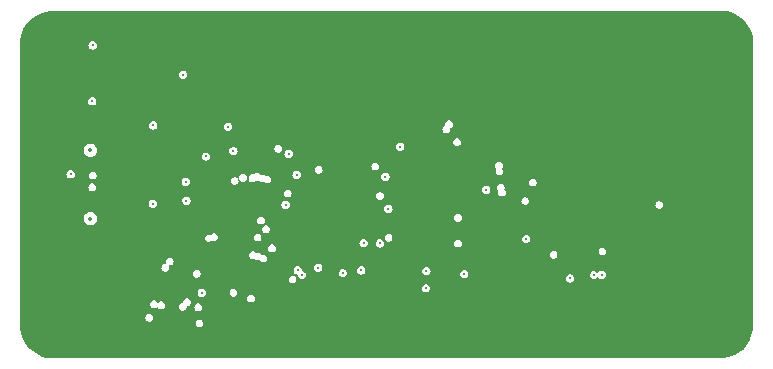
<source format=gbr>
%TF.GenerationSoftware,KiCad,Pcbnew,7.0.8*%
%TF.CreationDate,2024-04-11T13:26:56+03:00*%
%TF.ProjectId,rp2040DVI,72703230-3430-4445-9649-2e6b69636164,rev?*%
%TF.SameCoordinates,Original*%
%TF.FileFunction,Copper,L2,Inr*%
%TF.FilePolarity,Positive*%
%FSLAX46Y46*%
G04 Gerber Fmt 4.6, Leading zero omitted, Abs format (unit mm)*
G04 Created by KiCad (PCBNEW 7.0.8) date 2024-04-11 13:26:56*
%MOMM*%
%LPD*%
G01*
G04 APERTURE LIST*
%TA.AperFunction,ComponentPad*%
%ADD10C,0.700000*%
%TD*%
%TA.AperFunction,ComponentPad*%
%ADD11C,4.400000*%
%TD*%
%TA.AperFunction,ComponentPad*%
%ADD12O,3.300000X1.500000*%
%TD*%
%TA.AperFunction,ComponentPad*%
%ADD13O,2.300000X1.500000*%
%TD*%
%TA.AperFunction,ComponentPad*%
%ADD14O,2.100000X1.000000*%
%TD*%
%TA.AperFunction,ComponentPad*%
%ADD15O,1.800000X1.000000*%
%TD*%
%TA.AperFunction,ViaPad*%
%ADD16C,0.300000*%
%TD*%
%TA.AperFunction,ViaPad*%
%ADD17C,0.150000*%
%TD*%
%TA.AperFunction,Conductor*%
%ADD18C,0.300000*%
%TD*%
%ADD19C,0.150000*%
%ADD20C,0.149999*%
%ADD21C,0.350000*%
%ADD22O,2.700000X0.900000*%
%ADD23O,1.700000X0.900000*%
%ADD24O,1.700000X0.600000*%
%ADD25O,1.400000X0.600000*%
G04 APERTURE END LIST*
D10*
%TO.N,GND*%
%TO.C,H2*%
X207380000Y-103490000D03*
X207863274Y-102323274D03*
X207863274Y-104656726D03*
X209030000Y-101840000D03*
D11*
X209030000Y-103490000D03*
D10*
X209030000Y-105140000D03*
X210196726Y-102323274D03*
X210196726Y-104656726D03*
X210680000Y-103490000D03*
%TD*%
D12*
%TO.N,GND*%
%TO.C,J1*%
X202760000Y-84750000D03*
X202760000Y-99250000D03*
D13*
X208720000Y-84750000D03*
X208720000Y-99250000D03*
%TD*%
D10*
%TO.N,GND*%
%TO.C,H1*%
X207270000Y-79600000D03*
X207753274Y-78433274D03*
X207753274Y-80766726D03*
X208920000Y-77950000D03*
D11*
X208920000Y-79600000D03*
D10*
X208920000Y-81250000D03*
X210086726Y-78433274D03*
X210086726Y-80766726D03*
X210570000Y-79600000D03*
%TD*%
D14*
%TO.N,GND*%
%TO.C,J2*%
X156365000Y-87020000D03*
D15*
X152185000Y-87020000D03*
D14*
X156365000Y-95660000D03*
D15*
X152185000Y-95660000D03*
%TD*%
D16*
%TO.N,+3V3*%
X180848000Y-90678000D03*
X184310000Y-98670000D03*
X189380000Y-91770000D03*
X173320000Y-90520000D03*
X178800000Y-98610000D03*
X165650000Y-88970000D03*
D17*
X169450000Y-101000000D03*
D16*
X163710000Y-82060000D03*
X173430000Y-98600000D03*
X181102000Y-93400500D03*
X192760000Y-95960000D03*
X179000000Y-96299500D03*
X163936113Y-91090817D03*
X163990000Y-92709500D03*
X156050000Y-79570000D03*
X175150000Y-98389500D03*
X161150000Y-92970000D03*
X182090000Y-88150000D03*
X187520000Y-98920000D03*
X172650000Y-88740000D03*
D17*
X167980000Y-100500000D03*
D16*
X167520000Y-86460000D03*
X165290000Y-100500000D03*
X172390000Y-93050000D03*
X177243650Y-98840962D03*
X167970000Y-88500000D03*
X180380000Y-96330500D03*
%TO.N,GND*%
X170710000Y-100000000D03*
X204680000Y-92360000D03*
X173660000Y-99660000D03*
X154120000Y-88410000D03*
X183140000Y-94780000D03*
X184912000Y-91948000D03*
X185420000Y-91186000D03*
X187500000Y-84680000D03*
X190180000Y-94710000D03*
X186180000Y-94810000D03*
X163500000Y-89670000D03*
X168540000Y-99280000D03*
X176120000Y-101920000D03*
X174780000Y-91270000D03*
X183388000Y-102870000D03*
X184912000Y-90424000D03*
X163530000Y-90800000D03*
D17*
X163570000Y-79770000D03*
D16*
X152510000Y-88770000D03*
X186690000Y-91186000D03*
X163370000Y-93650000D03*
X158800000Y-95580000D03*
X154020000Y-100940000D03*
X203930000Y-87980000D03*
X177948018Y-96330500D03*
X191980000Y-94030000D03*
X185674000Y-90424000D03*
X186690000Y-90170000D03*
X163390000Y-92940000D03*
X171110000Y-101600000D03*
X181120000Y-90020000D03*
X186690000Y-90678000D03*
X171760000Y-102970000D03*
X188280000Y-85190000D03*
X168570000Y-86740000D03*
X169810000Y-86830000D03*
X185928000Y-91186000D03*
X177030000Y-102520000D03*
X175599500Y-92920000D03*
D17*
X160010000Y-80160000D03*
D16*
X157870000Y-104240000D03*
X163610000Y-88450000D03*
X176080000Y-92250000D03*
X171720000Y-99970000D03*
X158160000Y-87660000D03*
X204770000Y-95400000D03*
X179650000Y-79460000D03*
X181710000Y-85800000D03*
X175370000Y-85360000D03*
X167460000Y-95340000D03*
X158580000Y-88160000D03*
X153340000Y-85280000D03*
X185420000Y-91694000D03*
X178990000Y-85390000D03*
X203730000Y-90950000D03*
D17*
X160270000Y-84160000D03*
D16*
X178770000Y-88340500D03*
X184912000Y-91186000D03*
X203910000Y-89490000D03*
X183990000Y-81510000D03*
%TO.N,+5V*%
X156020000Y-84290000D03*
X154190000Y-90470000D03*
X161180000Y-86330000D03*
X196470000Y-99290000D03*
D17*
%TO.N,Net-(J1-CK-)*%
X199220000Y-96990000D03*
X204030000Y-93070000D03*
D16*
%TO.N,/SCL*%
X198500000Y-99010500D03*
X184280000Y-100120000D03*
%TO.N,/SDA*%
X199158861Y-98978540D03*
X173780315Y-99009500D03*
D17*
%TO.N,/USB_D-*%
X156060000Y-90580000D03*
X156020000Y-91580000D03*
%TO.N,/SD_DAT2*%
X180390000Y-92310000D03*
X169585000Y-90810000D03*
%TO.N,/GPIO22*%
X168800000Y-90770000D03*
X181110000Y-95860000D03*
%TO.N,/GPIO18*%
X170450000Y-90840000D03*
X179990000Y-89810000D03*
%TO.N,/GPIO5*%
X170020000Y-95840000D03*
%TO.N,/GPIO19*%
X175190000Y-90100000D03*
%TO.N,/SD_DAT1*%
X172570000Y-92090000D03*
X169970000Y-90680000D03*
%TO.N,/QSPI_SS*%
X161860000Y-101570000D03*
X164870000Y-98890000D03*
%TO.N,/DVI_D2+*%
X170300000Y-94390000D03*
X190460000Y-89750000D03*
%TO.N,/DVI_D2-*%
X190500000Y-90230000D03*
X170720000Y-95120000D03*
%TO.N,/DVI_D1+*%
X170855000Y-90895000D03*
X186910000Y-87750000D03*
%TO.N,/DVI_D1-*%
X193310000Y-91180000D03*
X171780000Y-88310000D03*
%TO.N,/DVI_D0+*%
X190610000Y-91610000D03*
X171230000Y-96740000D03*
%TO.N,/DVI_D0-*%
X190720000Y-92030000D03*
X170510000Y-97590000D03*
%TO.N,/DVI_CK+*%
X170040000Y-97430000D03*
X192680000Y-92740000D03*
%TO.N,/DVI_CK-*%
X195080000Y-97300000D03*
X169640000Y-97330000D03*
%TO.N,/QSPI_SD1*%
X161250000Y-101470000D03*
X162580000Y-97840000D03*
%TO.N,/QSPI_SD2*%
X162210000Y-98400000D03*
X160858406Y-102628406D03*
%TO.N,/QSPI_SCLK*%
X164040000Y-101300000D03*
X165100000Y-103090000D03*
%TO.N,/QSPI_SD3*%
X165000000Y-101730000D03*
X163690000Y-101700000D03*
%TO.N,/INT1*%
X168090000Y-91040000D03*
X172980000Y-99370000D03*
%TO.N,/BOOT*%
X187000000Y-96330000D03*
X187000000Y-94160000D03*
%TO.N,/C3_RXD*%
X165880000Y-95880000D03*
X186230000Y-86230000D03*
%TO.N,/C3_TXD*%
X166330000Y-95790000D03*
X186000000Y-86680000D03*
%TD*%
D18*
%TO.N,GND*%
X190400000Y-94930000D02*
X191810000Y-94930000D01*
X171720000Y-100990000D02*
X171110000Y-101600000D01*
X180040000Y-79460000D02*
X182090000Y-81510000D01*
X203930000Y-87980000D02*
X203930000Y-89470000D01*
X175599500Y-92730500D02*
X176080000Y-92250000D01*
X160270000Y-84160000D02*
X160270000Y-80420000D01*
X203930000Y-89470000D02*
X203910000Y-89490000D01*
X168570000Y-86740000D02*
X169720000Y-86740000D01*
X163500000Y-89670000D02*
X163500000Y-90770000D01*
X171690000Y-100000000D02*
X171720000Y-99970000D01*
X204680000Y-92360000D02*
X204680000Y-95310000D01*
X169720000Y-86740000D02*
X169810000Y-86830000D01*
X178990000Y-85390000D02*
X180330000Y-85390000D01*
X175599500Y-92920000D02*
X175599500Y-93981982D01*
X175599500Y-93981982D02*
X177948018Y-96330500D01*
X187500000Y-84680000D02*
X188280000Y-84680000D01*
X163570000Y-79810000D02*
X163570000Y-79770000D01*
X204680000Y-92360000D02*
X204680000Y-90380000D01*
X163610000Y-89560000D02*
X163500000Y-89670000D01*
X188280000Y-82110000D02*
X188280000Y-84680000D01*
X163610000Y-88450000D02*
X163610000Y-89560000D01*
X160010000Y-80160000D02*
X163220000Y-80160000D01*
X168540000Y-99280000D02*
X169990000Y-99280000D01*
X176120000Y-101920000D02*
X176430000Y-101920000D01*
X171720000Y-99970000D02*
X171720000Y-100990000D01*
X163570000Y-79770000D02*
X168570000Y-84770000D01*
X175370000Y-85360000D02*
X175370000Y-85200000D01*
X203730000Y-90950000D02*
X204110000Y-90950000D01*
X183990000Y-81510000D02*
X187680000Y-81510000D01*
X163390000Y-93630000D02*
X163370000Y-93650000D01*
X163390000Y-92940000D02*
X163390000Y-93630000D01*
X174780000Y-91270000D02*
X174780000Y-92100500D01*
X153340000Y-85865000D02*
X152185000Y-87020000D01*
X191810000Y-94930000D02*
X191810000Y-94200000D01*
X183388000Y-102870000D02*
X183038000Y-102520000D01*
X174780000Y-92100500D02*
X175599500Y-92920000D01*
X185420000Y-91694000D02*
X185420000Y-94050000D01*
X204680000Y-95310000D02*
X204770000Y-95400000D01*
X171760000Y-102250000D02*
X171110000Y-101600000D01*
X204680000Y-90380000D02*
X204680000Y-90260000D01*
X168570000Y-84770000D02*
X168570000Y-86740000D01*
X178530000Y-84930000D02*
X178990000Y-85390000D01*
X182090000Y-81510000D02*
X183990000Y-81510000D01*
X204110000Y-90950000D02*
X204680000Y-90380000D01*
X160270000Y-80420000D02*
X160010000Y-80160000D01*
X157320000Y-104240000D02*
X157870000Y-104240000D01*
X180330000Y-87780000D02*
X180330000Y-85390000D01*
X169990000Y-99280000D02*
X170710000Y-100000000D01*
X175640000Y-84930000D02*
X178530000Y-84930000D01*
X181120000Y-90020000D02*
X181120000Y-88750000D01*
X167460000Y-98200000D02*
X167460000Y-95340000D01*
X154020000Y-100940000D02*
X157320000Y-104240000D01*
X179769500Y-88340500D02*
X180240000Y-87870000D01*
X186150000Y-94780000D02*
X186180000Y-94810000D01*
X181120000Y-88750000D02*
X180240000Y-87870000D01*
X171720000Y-99970000D02*
X173350000Y-99970000D01*
X153340000Y-85280000D02*
X153340000Y-85865000D01*
X185420000Y-94050000D02*
X186180000Y-94810000D01*
X173350000Y-99970000D02*
X173660000Y-99660000D01*
X180330000Y-85390000D02*
X181300000Y-85390000D01*
X158160000Y-87660000D02*
X158160000Y-87740000D01*
X179650000Y-79460000D02*
X180040000Y-79460000D01*
X178770000Y-88340500D02*
X179769500Y-88340500D01*
X176430000Y-101920000D02*
X177030000Y-102520000D01*
X171760000Y-102970000D02*
X171760000Y-102250000D01*
X170710000Y-100000000D02*
X171690000Y-100000000D01*
X191810000Y-94200000D02*
X191980000Y-94030000D01*
X183140000Y-94780000D02*
X186150000Y-94780000D01*
X188280000Y-84680000D02*
X188280000Y-85190000D01*
X158160000Y-87740000D02*
X158580000Y-88160000D01*
X183038000Y-102520000D02*
X177030000Y-102520000D01*
X153760000Y-88770000D02*
X154120000Y-88410000D01*
X181300000Y-85390000D02*
X181710000Y-85800000D01*
X163500000Y-90770000D02*
X163530000Y-90800000D01*
X190180000Y-94710000D02*
X190400000Y-94930000D01*
X175599500Y-92920000D02*
X175599500Y-92730500D01*
X204680000Y-90260000D02*
X203910000Y-89490000D01*
X168540000Y-99280000D02*
X167460000Y-98200000D01*
X152510000Y-88770000D02*
X153760000Y-88770000D01*
X187680000Y-81510000D02*
X188280000Y-82110000D01*
X163220000Y-80160000D02*
X163570000Y-79810000D01*
X175370000Y-85200000D02*
X175640000Y-84930000D01*
X180240000Y-87870000D02*
X180330000Y-87780000D01*
%TD*%
%TA.AperFunction,Conductor*%
%TO.N,GND*%
G36*
X209211595Y-76620532D02*
G01*
X209521487Y-76636971D01*
X209524196Y-76637268D01*
X209829574Y-76688249D01*
X209832243Y-76688850D01*
X210129978Y-76773773D01*
X210132562Y-76774670D01*
X210418877Y-76892455D01*
X210421334Y-76893630D01*
X210592803Y-76987906D01*
X210692636Y-77042797D01*
X210694972Y-77044258D01*
X210947804Y-77222905D01*
X210949960Y-77224617D01*
X211181163Y-77430511D01*
X211183094Y-77432435D01*
X211389744Y-77662973D01*
X211391463Y-77665123D01*
X211570941Y-77917387D01*
X211572399Y-77919702D01*
X211719103Y-78184481D01*
X211722439Y-78190501D01*
X211723636Y-78192983D01*
X211842346Y-78478902D01*
X211843258Y-78481502D01*
X211929138Y-78778927D01*
X211929752Y-78781613D01*
X211981723Y-79086801D01*
X211982032Y-79089539D01*
X211999461Y-79399060D01*
X211999499Y-79400449D01*
X211988106Y-103214170D01*
X211987922Y-103216558D01*
X211988081Y-103265925D01*
X211988047Y-103267302D01*
X211971612Y-103577164D01*
X211971312Y-103579903D01*
X211920334Y-103885256D01*
X211919729Y-103887944D01*
X211834814Y-104185659D01*
X211833914Y-104188253D01*
X211741299Y-104413385D01*
X211716135Y-104474556D01*
X211714946Y-104477041D01*
X211565787Y-104748326D01*
X211564326Y-104750662D01*
X211385679Y-105003494D01*
X211383965Y-105005652D01*
X211178081Y-105236844D01*
X211176138Y-105238793D01*
X211076967Y-105327688D01*
X210945610Y-105445433D01*
X210943459Y-105447153D01*
X210691207Y-105626623D01*
X210688875Y-105628091D01*
X210418086Y-105778125D01*
X210415605Y-105779322D01*
X210129680Y-105898032D01*
X210127081Y-105898944D01*
X209829656Y-105984824D01*
X209826970Y-105985438D01*
X209521780Y-106037407D01*
X209519043Y-106037716D01*
X209209364Y-106055151D01*
X209208001Y-106055189D01*
X209207528Y-106055190D01*
X209159114Y-106055190D01*
X209158980Y-106055200D01*
X152765666Y-106068048D01*
X152763717Y-106067898D01*
X152717696Y-106068048D01*
X152714090Y-106068059D01*
X152712735Y-106068026D01*
X152593888Y-106061728D01*
X152402860Y-106051604D01*
X152400121Y-106051304D01*
X152225986Y-106022240D01*
X152094755Y-106000338D01*
X152092076Y-105999734D01*
X151794364Y-105914828D01*
X151791761Y-105913925D01*
X151505444Y-105796150D01*
X151502959Y-105794960D01*
X151501812Y-105794329D01*
X151231679Y-105645812D01*
X151229349Y-105644355D01*
X150976496Y-105465699D01*
X150974343Y-105463988D01*
X150743139Y-105258096D01*
X150741208Y-105256172D01*
X150534551Y-105025625D01*
X150532840Y-105023485D01*
X150353359Y-104771214D01*
X150351906Y-104768908D01*
X150201862Y-104498090D01*
X150200666Y-104495612D01*
X150191924Y-104474556D01*
X150081958Y-104209680D01*
X150081053Y-104207102D01*
X149995175Y-103909652D01*
X149994563Y-103906979D01*
X149942600Y-103601776D01*
X149942292Y-103599040D01*
X149924895Y-103289835D01*
X149924856Y-103288458D01*
X149924856Y-103265653D01*
X149924857Y-103240970D01*
X149924856Y-103240967D01*
X149924856Y-103237074D01*
X149924849Y-103236986D01*
X149924831Y-103090000D01*
X164769479Y-103090000D01*
X164789412Y-103203047D01*
X164839127Y-103289155D01*
X164846806Y-103302455D01*
X164934739Y-103376240D01*
X165042606Y-103415500D01*
X165042607Y-103415500D01*
X165157393Y-103415500D01*
X165157394Y-103415500D01*
X165265261Y-103376240D01*
X165353194Y-103302455D01*
X165410588Y-103203045D01*
X165430521Y-103090000D01*
X165410588Y-102976955D01*
X165410587Y-102976953D01*
X165410587Y-102976952D01*
X165353195Y-102877547D01*
X165353194Y-102877545D01*
X165309472Y-102840858D01*
X165265261Y-102803760D01*
X165157394Y-102764500D01*
X165042606Y-102764500D01*
X164934737Y-102803760D01*
X164846808Y-102877541D01*
X164846804Y-102877546D01*
X164789412Y-102976952D01*
X164769479Y-103090000D01*
X149924831Y-103090000D01*
X149924774Y-102628406D01*
X160527885Y-102628406D01*
X160547818Y-102741453D01*
X160605210Y-102840858D01*
X160605212Y-102840861D01*
X160693145Y-102914646D01*
X160801012Y-102953906D01*
X160801013Y-102953906D01*
X160915799Y-102953906D01*
X160915800Y-102953906D01*
X161023667Y-102914646D01*
X161111600Y-102840861D01*
X161168994Y-102741451D01*
X161188927Y-102628406D01*
X161168994Y-102515361D01*
X161168993Y-102515359D01*
X161168993Y-102515358D01*
X161111601Y-102415953D01*
X161111600Y-102415951D01*
X161023667Y-102342166D01*
X160915800Y-102302906D01*
X160801012Y-102302906D01*
X160693143Y-102342166D01*
X160605214Y-102415947D01*
X160605210Y-102415952D01*
X160547818Y-102515358D01*
X160527885Y-102628406D01*
X149924774Y-102628406D01*
X149924632Y-101470000D01*
X160919479Y-101470000D01*
X160939412Y-101583047D01*
X160975986Y-101646394D01*
X160996806Y-101682455D01*
X161084739Y-101756240D01*
X161192606Y-101795500D01*
X161192607Y-101795500D01*
X161307393Y-101795500D01*
X161307394Y-101795500D01*
X161415261Y-101756240D01*
X161489367Y-101694056D01*
X161525131Y-101682780D01*
X161558397Y-101700097D01*
X161563296Y-101707094D01*
X161606804Y-101782452D01*
X161606806Y-101782455D01*
X161694739Y-101856240D01*
X161802606Y-101895500D01*
X161802607Y-101895500D01*
X161917393Y-101895500D01*
X161917394Y-101895500D01*
X162025261Y-101856240D01*
X162113194Y-101782455D01*
X162160799Y-101700000D01*
X163359479Y-101700000D01*
X163379412Y-101813047D01*
X163404350Y-101856240D01*
X163436806Y-101912455D01*
X163524739Y-101986240D01*
X163632606Y-102025500D01*
X163632607Y-102025500D01*
X163747393Y-102025500D01*
X163747394Y-102025500D01*
X163855261Y-101986240D01*
X163943194Y-101912455D01*
X164000588Y-101813045D01*
X164015231Y-101730000D01*
X164669479Y-101730000D01*
X164689412Y-101843047D01*
X164746804Y-101942452D01*
X164746806Y-101942455D01*
X164834739Y-102016240D01*
X164942606Y-102055500D01*
X164942607Y-102055500D01*
X165057393Y-102055500D01*
X165057394Y-102055500D01*
X165165261Y-102016240D01*
X165253194Y-101942455D01*
X165302970Y-101856240D01*
X165310587Y-101843047D01*
X165310587Y-101843046D01*
X165310588Y-101843045D01*
X165330521Y-101730000D01*
X165310588Y-101616955D01*
X165310587Y-101616953D01*
X165310587Y-101616952D01*
X165253195Y-101517547D01*
X165253194Y-101517545D01*
X165247124Y-101512452D01*
X165165261Y-101443760D01*
X165057394Y-101404500D01*
X164942606Y-101404500D01*
X164834737Y-101443760D01*
X164746808Y-101517541D01*
X164746804Y-101517546D01*
X164689412Y-101616952D01*
X164669479Y-101730000D01*
X164015231Y-101730000D01*
X164020521Y-101700000D01*
X164017532Y-101683047D01*
X164017525Y-101683008D01*
X164025643Y-101646394D01*
X164057273Y-101626244D01*
X164065781Y-101625500D01*
X164097393Y-101625500D01*
X164097394Y-101625500D01*
X164205261Y-101586240D01*
X164293194Y-101512455D01*
X164350588Y-101413045D01*
X164370521Y-101300000D01*
X164350588Y-101186955D01*
X164350587Y-101186953D01*
X164350587Y-101186952D01*
X164293195Y-101087547D01*
X164293194Y-101087545D01*
X164205261Y-101013760D01*
X164167455Y-101000000D01*
X169119479Y-101000000D01*
X169139412Y-101113047D01*
X169196804Y-101212452D01*
X169196806Y-101212455D01*
X169284739Y-101286240D01*
X169392606Y-101325500D01*
X169392607Y-101325500D01*
X169507393Y-101325500D01*
X169507394Y-101325500D01*
X169615261Y-101286240D01*
X169703194Y-101212455D01*
X169760588Y-101113045D01*
X169780521Y-101000000D01*
X169760588Y-100886955D01*
X169760587Y-100886953D01*
X169760587Y-100886952D01*
X169703195Y-100787547D01*
X169703194Y-100787545D01*
X169615261Y-100713760D01*
X169507394Y-100674500D01*
X169392606Y-100674500D01*
X169284737Y-100713760D01*
X169196808Y-100787541D01*
X169196804Y-100787546D01*
X169139412Y-100886952D01*
X169119479Y-101000000D01*
X164167455Y-101000000D01*
X164097394Y-100974500D01*
X163982606Y-100974500D01*
X163874737Y-101013760D01*
X163786808Y-101087541D01*
X163786804Y-101087546D01*
X163729412Y-101186952D01*
X163709479Y-101300000D01*
X163712475Y-101316992D01*
X163704357Y-101353606D01*
X163672727Y-101373756D01*
X163664219Y-101374500D01*
X163632606Y-101374500D01*
X163524737Y-101413760D01*
X163436808Y-101487541D01*
X163436804Y-101487546D01*
X163379412Y-101586952D01*
X163359479Y-101700000D01*
X162160799Y-101700000D01*
X162170588Y-101683045D01*
X162190521Y-101570000D01*
X162170588Y-101456955D01*
X162170587Y-101456953D01*
X162170587Y-101456952D01*
X162113195Y-101357547D01*
X162113193Y-101357544D01*
X162025261Y-101283760D01*
X161917394Y-101244500D01*
X161802606Y-101244500D01*
X161694739Y-101283760D01*
X161620635Y-101345941D01*
X161584867Y-101357219D01*
X161551602Y-101339902D01*
X161546703Y-101332905D01*
X161503195Y-101257547D01*
X161503194Y-101257545D01*
X161415261Y-101183760D01*
X161307394Y-101144500D01*
X161192606Y-101144500D01*
X161084737Y-101183760D01*
X160996808Y-101257541D01*
X160996804Y-101257546D01*
X160939412Y-101356952D01*
X160919479Y-101470000D01*
X149924632Y-101470000D01*
X149924513Y-100500000D01*
X164935131Y-100500000D01*
X164952500Y-100609661D01*
X165002905Y-100708587D01*
X165081413Y-100787095D01*
X165180339Y-100837500D01*
X165290000Y-100854869D01*
X165399661Y-100837500D01*
X165498587Y-100787095D01*
X165577095Y-100708587D01*
X165627500Y-100609661D01*
X165644869Y-100500000D01*
X167649479Y-100500000D01*
X167669412Y-100613047D01*
X167724571Y-100708584D01*
X167726806Y-100712455D01*
X167814739Y-100786240D01*
X167922606Y-100825500D01*
X167922607Y-100825500D01*
X168037393Y-100825500D01*
X168037394Y-100825500D01*
X168145261Y-100786240D01*
X168233194Y-100712455D01*
X168290588Y-100613045D01*
X168310521Y-100500000D01*
X168290588Y-100386955D01*
X168290587Y-100386953D01*
X168290587Y-100386952D01*
X168235427Y-100291413D01*
X168233194Y-100287545D01*
X168145261Y-100213760D01*
X168037394Y-100174500D01*
X167922606Y-100174500D01*
X167814737Y-100213760D01*
X167726808Y-100287541D01*
X167726804Y-100287546D01*
X167669412Y-100386952D01*
X167649479Y-100500000D01*
X165644869Y-100500000D01*
X165627500Y-100390339D01*
X165577095Y-100291413D01*
X165498587Y-100212905D01*
X165498584Y-100212903D01*
X165399661Y-100162500D01*
X165290000Y-100145131D01*
X165180338Y-100162500D01*
X165081415Y-100212903D01*
X165081412Y-100212905D01*
X165002905Y-100291412D01*
X165002903Y-100291415D01*
X164952500Y-100390338D01*
X164952500Y-100390339D01*
X164935131Y-100500000D01*
X149924513Y-100500000D01*
X149924467Y-100120000D01*
X183925131Y-100120000D01*
X183942500Y-100229661D01*
X183973963Y-100291412D01*
X183992905Y-100328587D01*
X184071413Y-100407095D01*
X184170339Y-100457500D01*
X184280000Y-100474869D01*
X184389661Y-100457500D01*
X184488587Y-100407095D01*
X184567095Y-100328587D01*
X184617500Y-100229661D01*
X184634869Y-100120000D01*
X184617500Y-100010339D01*
X184567095Y-99911413D01*
X184488587Y-99832905D01*
X184488584Y-99832903D01*
X184389661Y-99782500D01*
X184280000Y-99765131D01*
X184170338Y-99782500D01*
X184071415Y-99832903D01*
X184071412Y-99832905D01*
X183992905Y-99911412D01*
X183992903Y-99911415D01*
X183942500Y-100010338D01*
X183925131Y-100120000D01*
X149924467Y-100120000D01*
X149924375Y-99370000D01*
X172649479Y-99370000D01*
X172669412Y-99483047D01*
X172723711Y-99577094D01*
X172726806Y-99582455D01*
X172814739Y-99656240D01*
X172922606Y-99695500D01*
X172922607Y-99695500D01*
X173037393Y-99695500D01*
X173037394Y-99695500D01*
X173145261Y-99656240D01*
X173233194Y-99582455D01*
X173290588Y-99483045D01*
X173310521Y-99370000D01*
X173290588Y-99256955D01*
X173290587Y-99256953D01*
X173290587Y-99256952D01*
X173233195Y-99157547D01*
X173233194Y-99157545D01*
X173198683Y-99128587D01*
X173145261Y-99083760D01*
X173138810Y-99081412D01*
X173037394Y-99044500D01*
X172922606Y-99044500D01*
X172814737Y-99083760D01*
X172726808Y-99157541D01*
X172726804Y-99157546D01*
X172669412Y-99256952D01*
X172649479Y-99370000D01*
X149924375Y-99370000D01*
X149924316Y-98890000D01*
X164539479Y-98890000D01*
X164559412Y-99003047D01*
X164616804Y-99102452D01*
X164616806Y-99102455D01*
X164704739Y-99176240D01*
X164812606Y-99215500D01*
X164812607Y-99215500D01*
X164927393Y-99215500D01*
X164927394Y-99215500D01*
X165035261Y-99176240D01*
X165123194Y-99102455D01*
X165178016Y-99007500D01*
X165180587Y-99003047D01*
X165180587Y-99003046D01*
X165180588Y-99003045D01*
X165200521Y-98890000D01*
X165180588Y-98776955D01*
X165180587Y-98776953D01*
X165180587Y-98776952D01*
X165123195Y-98677547D01*
X165123194Y-98677545D01*
X165069994Y-98632905D01*
X165035261Y-98603760D01*
X165024930Y-98600000D01*
X173075131Y-98600000D01*
X173092500Y-98709661D01*
X173139503Y-98801912D01*
X173142905Y-98808587D01*
X173221413Y-98887095D01*
X173320339Y-98937500D01*
X173385602Y-98947836D01*
X173417578Y-98967432D01*
X173426333Y-99003895D01*
X173425446Y-99009497D01*
X173425446Y-99009500D01*
X173440169Y-99102455D01*
X173442815Y-99119161D01*
X173491901Y-99215500D01*
X173493220Y-99218087D01*
X173571728Y-99296595D01*
X173670654Y-99347000D01*
X173780315Y-99364369D01*
X173889976Y-99347000D01*
X173988902Y-99296595D01*
X173995497Y-99290000D01*
X196115131Y-99290000D01*
X196132500Y-99399661D01*
X196182905Y-99498587D01*
X196261413Y-99577095D01*
X196360339Y-99627500D01*
X196470000Y-99644869D01*
X196579661Y-99627500D01*
X196678587Y-99577095D01*
X196757095Y-99498587D01*
X196807500Y-99399661D01*
X196824869Y-99290000D01*
X196807500Y-99180339D01*
X196757095Y-99081413D01*
X196686182Y-99010500D01*
X198145131Y-99010500D01*
X198162500Y-99120161D01*
X198212393Y-99218084D01*
X198212905Y-99219087D01*
X198291413Y-99297595D01*
X198390339Y-99348000D01*
X198500000Y-99365369D01*
X198609661Y-99348000D01*
X198708587Y-99297595D01*
X198787095Y-99219087D01*
X198795844Y-99201915D01*
X198824362Y-99177559D01*
X198861749Y-99180501D01*
X198874152Y-99189513D01*
X198950274Y-99265635D01*
X199049200Y-99316040D01*
X199158861Y-99333409D01*
X199268522Y-99316040D01*
X199367448Y-99265635D01*
X199445956Y-99187127D01*
X199496361Y-99088201D01*
X199513730Y-98978540D01*
X199496361Y-98868879D01*
X199445956Y-98769953D01*
X199367448Y-98691445D01*
X199367445Y-98691443D01*
X199268522Y-98641040D01*
X199158861Y-98623671D01*
X199049199Y-98641040D01*
X198950276Y-98691443D01*
X198950273Y-98691445D01*
X198871766Y-98769952D01*
X198871762Y-98769958D01*
X198863014Y-98787126D01*
X198834496Y-98811480D01*
X198797108Y-98808536D01*
X198784708Y-98799526D01*
X198708587Y-98723405D01*
X198708584Y-98723403D01*
X198609661Y-98673000D01*
X198500000Y-98655631D01*
X198390338Y-98673000D01*
X198291415Y-98723403D01*
X198291412Y-98723405D01*
X198212905Y-98801912D01*
X198212903Y-98801915D01*
X198162500Y-98900838D01*
X198145131Y-99010500D01*
X196686182Y-99010500D01*
X196678587Y-99002905D01*
X196678584Y-99002903D01*
X196579661Y-98952500D01*
X196470000Y-98935131D01*
X196360338Y-98952500D01*
X196261415Y-99002903D01*
X196261412Y-99002905D01*
X196182905Y-99081412D01*
X196182903Y-99081415D01*
X196132500Y-99180338D01*
X196132500Y-99180339D01*
X196115131Y-99290000D01*
X173995497Y-99290000D01*
X174067410Y-99218087D01*
X174117815Y-99119161D01*
X174135184Y-99009500D01*
X174117815Y-98899839D01*
X174087816Y-98840962D01*
X176888781Y-98840962D01*
X176906150Y-98950623D01*
X176946421Y-99029661D01*
X176956555Y-99049549D01*
X177035063Y-99128057D01*
X177133989Y-99178462D01*
X177243650Y-99195831D01*
X177353311Y-99178462D01*
X177452237Y-99128057D01*
X177530745Y-99049549D01*
X177581150Y-98950623D01*
X177598519Y-98840962D01*
X177581150Y-98731301D01*
X177530745Y-98632375D01*
X177508370Y-98610000D01*
X178445131Y-98610000D01*
X178462500Y-98719661D01*
X178509283Y-98811480D01*
X178512905Y-98818587D01*
X178591413Y-98897095D01*
X178690339Y-98947500D01*
X178800000Y-98964869D01*
X178909661Y-98947500D01*
X179008587Y-98897095D01*
X179087095Y-98818587D01*
X179137500Y-98719661D01*
X179145366Y-98670000D01*
X183955131Y-98670000D01*
X183972500Y-98779661D01*
X184017958Y-98868879D01*
X184022905Y-98878587D01*
X184101413Y-98957095D01*
X184200339Y-99007500D01*
X184310000Y-99024869D01*
X184419661Y-99007500D01*
X184518587Y-98957095D01*
X184555682Y-98920000D01*
X187165131Y-98920000D01*
X187182500Y-99029661D01*
X187232634Y-99128057D01*
X187232905Y-99128587D01*
X187311413Y-99207095D01*
X187410339Y-99257500D01*
X187520000Y-99274869D01*
X187629661Y-99257500D01*
X187728587Y-99207095D01*
X187807095Y-99128587D01*
X187857500Y-99029661D01*
X187874869Y-98920000D01*
X187857500Y-98810339D01*
X187807095Y-98711413D01*
X187728587Y-98632905D01*
X187728584Y-98632903D01*
X187629661Y-98582500D01*
X187520000Y-98565131D01*
X187410338Y-98582500D01*
X187311415Y-98632903D01*
X187311412Y-98632905D01*
X187232905Y-98711412D01*
X187232903Y-98711415D01*
X187182500Y-98810338D01*
X187165131Y-98920000D01*
X184555682Y-98920000D01*
X184597095Y-98878587D01*
X184647500Y-98779661D01*
X184664869Y-98670000D01*
X184647500Y-98560339D01*
X184597095Y-98461413D01*
X184518587Y-98382905D01*
X184518584Y-98382903D01*
X184419661Y-98332500D01*
X184310000Y-98315131D01*
X184200338Y-98332500D01*
X184101415Y-98382903D01*
X184101412Y-98382905D01*
X184022905Y-98461412D01*
X184022903Y-98461415D01*
X183972500Y-98560338D01*
X183955131Y-98670000D01*
X179145366Y-98670000D01*
X179154869Y-98610000D01*
X179137500Y-98500339D01*
X179087095Y-98401413D01*
X179008587Y-98322905D01*
X179008584Y-98322903D01*
X178909661Y-98272500D01*
X178800000Y-98255131D01*
X178690338Y-98272500D01*
X178591415Y-98322903D01*
X178591412Y-98322905D01*
X178512905Y-98401412D01*
X178512903Y-98401415D01*
X178462500Y-98500338D01*
X178445131Y-98610000D01*
X177508370Y-98610000D01*
X177452237Y-98553867D01*
X177452234Y-98553865D01*
X177353311Y-98503462D01*
X177243650Y-98486093D01*
X177133988Y-98503462D01*
X177035065Y-98553865D01*
X177035062Y-98553867D01*
X176956555Y-98632374D01*
X176956553Y-98632377D01*
X176906150Y-98731300D01*
X176888781Y-98840962D01*
X174087816Y-98840962D01*
X174067410Y-98800913D01*
X173988902Y-98722405D01*
X173988899Y-98722403D01*
X173889976Y-98672000D01*
X173824712Y-98661663D01*
X173792736Y-98642067D01*
X173783981Y-98605602D01*
X173784869Y-98600000D01*
X173767500Y-98490339D01*
X173717095Y-98391413D01*
X173715182Y-98389500D01*
X174795131Y-98389500D01*
X174812500Y-98499161D01*
X174845791Y-98564500D01*
X174862905Y-98598087D01*
X174941413Y-98676595D01*
X175040339Y-98727000D01*
X175150000Y-98744369D01*
X175259661Y-98727000D01*
X175358587Y-98676595D01*
X175437095Y-98598087D01*
X175487500Y-98499161D01*
X175504869Y-98389500D01*
X175487500Y-98279839D01*
X175437095Y-98180913D01*
X175358587Y-98102405D01*
X175358584Y-98102403D01*
X175259661Y-98052000D01*
X175150000Y-98034631D01*
X175040338Y-98052000D01*
X174941415Y-98102403D01*
X174941412Y-98102405D01*
X174862905Y-98180912D01*
X174862903Y-98180915D01*
X174812500Y-98279838D01*
X174795131Y-98389500D01*
X173715182Y-98389500D01*
X173638587Y-98312905D01*
X173638584Y-98312903D01*
X173539661Y-98262500D01*
X173430000Y-98245131D01*
X173320338Y-98262500D01*
X173221415Y-98312903D01*
X173221412Y-98312905D01*
X173142905Y-98391412D01*
X173142903Y-98391415D01*
X173092500Y-98490338D01*
X173075131Y-98600000D01*
X165024930Y-98600000D01*
X164976849Y-98582500D01*
X164927394Y-98564500D01*
X164812606Y-98564500D01*
X164704737Y-98603760D01*
X164616808Y-98677541D01*
X164616804Y-98677546D01*
X164559412Y-98776952D01*
X164539479Y-98890000D01*
X149924316Y-98890000D01*
X149924256Y-98400000D01*
X161879479Y-98400000D01*
X161899412Y-98513047D01*
X161956804Y-98612452D01*
X161956806Y-98612455D01*
X162044739Y-98686240D01*
X162152606Y-98725500D01*
X162152607Y-98725500D01*
X162267393Y-98725500D01*
X162267394Y-98725500D01*
X162375261Y-98686240D01*
X162463194Y-98612455D01*
X162520588Y-98513045D01*
X162540521Y-98400000D01*
X162520588Y-98286955D01*
X162520587Y-98286953D01*
X162520587Y-98286952D01*
X162492902Y-98239000D01*
X162488007Y-98201818D01*
X162510837Y-98172065D01*
X162535337Y-98165500D01*
X162637393Y-98165500D01*
X162637394Y-98165500D01*
X162745261Y-98126240D01*
X162833194Y-98052455D01*
X162890588Y-97953045D01*
X162910521Y-97840000D01*
X162890588Y-97726955D01*
X162890587Y-97726953D01*
X162890587Y-97726952D01*
X162833195Y-97627547D01*
X162833194Y-97627545D01*
X162831760Y-97626342D01*
X162745261Y-97553760D01*
X162714192Y-97542452D01*
X162637394Y-97514500D01*
X162522606Y-97514500D01*
X162414737Y-97553760D01*
X162326808Y-97627541D01*
X162326804Y-97627546D01*
X162269412Y-97726952D01*
X162249479Y-97840000D01*
X162269412Y-97953047D01*
X162297098Y-98001000D01*
X162301993Y-98038182D01*
X162279163Y-98067935D01*
X162254663Y-98074500D01*
X162152606Y-98074500D01*
X162044737Y-98113760D01*
X161956808Y-98187541D01*
X161956804Y-98187546D01*
X161899412Y-98286952D01*
X161879479Y-98400000D01*
X149924256Y-98400000D01*
X149924125Y-97330000D01*
X169309479Y-97330000D01*
X169329412Y-97443047D01*
X169370666Y-97514500D01*
X169386806Y-97542455D01*
X169474739Y-97616240D01*
X169582606Y-97655500D01*
X169582607Y-97655500D01*
X169697393Y-97655500D01*
X169697394Y-97655500D01*
X169744014Y-97638531D01*
X169781480Y-97640167D01*
X169792269Y-97647040D01*
X169859014Y-97703045D01*
X169874739Y-97716240D01*
X169982606Y-97755500D01*
X169982607Y-97755500D01*
X170097393Y-97755500D01*
X170097394Y-97755500D01*
X170168087Y-97729770D01*
X170205552Y-97731406D01*
X170227279Y-97751315D01*
X170256804Y-97802453D01*
X170256806Y-97802456D01*
X170301550Y-97840000D01*
X170344739Y-97876240D01*
X170452606Y-97915500D01*
X170452607Y-97915500D01*
X170567393Y-97915500D01*
X170567394Y-97915500D01*
X170675261Y-97876240D01*
X170763194Y-97802455D01*
X170812970Y-97716240D01*
X170820587Y-97703047D01*
X170820587Y-97703046D01*
X170820588Y-97703045D01*
X170840521Y-97590000D01*
X170820588Y-97476955D01*
X170820587Y-97476953D01*
X170820587Y-97476952D01*
X170763195Y-97377547D01*
X170763193Y-97377544D01*
X170675261Y-97303760D01*
X170664930Y-97300000D01*
X194749479Y-97300000D01*
X194769412Y-97413047D01*
X194806308Y-97476952D01*
X194826806Y-97512455D01*
X194914739Y-97586240D01*
X195022606Y-97625500D01*
X195022607Y-97625500D01*
X195137393Y-97625500D01*
X195137394Y-97625500D01*
X195245261Y-97586240D01*
X195333194Y-97512455D01*
X195390588Y-97413045D01*
X195410521Y-97300000D01*
X195390588Y-97186955D01*
X195390587Y-97186953D01*
X195390587Y-97186952D01*
X195333195Y-97087547D01*
X195333194Y-97087545D01*
X195245261Y-97013760D01*
X195179980Y-96990000D01*
X198889479Y-96990000D01*
X198909412Y-97103047D01*
X198957855Y-97186952D01*
X198966806Y-97202455D01*
X199054739Y-97276240D01*
X199162606Y-97315500D01*
X199162607Y-97315500D01*
X199277393Y-97315500D01*
X199277394Y-97315500D01*
X199385261Y-97276240D01*
X199473194Y-97202455D01*
X199522216Y-97117546D01*
X199530587Y-97103047D01*
X199530587Y-97103046D01*
X199530588Y-97103045D01*
X199550521Y-96990000D01*
X199530588Y-96876955D01*
X199530587Y-96876953D01*
X199530587Y-96876952D01*
X199473195Y-96777547D01*
X199473194Y-96777545D01*
X199385261Y-96703760D01*
X199277394Y-96664500D01*
X199162606Y-96664500D01*
X199054737Y-96703760D01*
X198966808Y-96777541D01*
X198966804Y-96777546D01*
X198909412Y-96876952D01*
X198889479Y-96990000D01*
X195179980Y-96990000D01*
X195137394Y-96974500D01*
X195022606Y-96974500D01*
X194914737Y-97013760D01*
X194826808Y-97087541D01*
X194826804Y-97087546D01*
X194769412Y-97186952D01*
X194749479Y-97300000D01*
X170664930Y-97300000D01*
X170633592Y-97288594D01*
X170567394Y-97264500D01*
X170452606Y-97264500D01*
X170381913Y-97290230D01*
X170344446Y-97288594D01*
X170322720Y-97268687D01*
X170293194Y-97217545D01*
X170205261Y-97143760D01*
X170097394Y-97104500D01*
X169982606Y-97104500D01*
X169935983Y-97121468D01*
X169898516Y-97119832D01*
X169887730Y-97112960D01*
X169805261Y-97043760D01*
X169697394Y-97004500D01*
X169582606Y-97004500D01*
X169474737Y-97043760D01*
X169386808Y-97117541D01*
X169386804Y-97117546D01*
X169329412Y-97216952D01*
X169309479Y-97330000D01*
X149924125Y-97330000D01*
X149924053Y-96740000D01*
X170899479Y-96740000D01*
X170919412Y-96853047D01*
X170976804Y-96952452D01*
X170976806Y-96952455D01*
X171064739Y-97026240D01*
X171172606Y-97065500D01*
X171172607Y-97065500D01*
X171287393Y-97065500D01*
X171287394Y-97065500D01*
X171395261Y-97026240D01*
X171483194Y-96952455D01*
X171540588Y-96853045D01*
X171560521Y-96740000D01*
X171540588Y-96626955D01*
X171540587Y-96626953D01*
X171540587Y-96626952D01*
X171491802Y-96542455D01*
X171483194Y-96527545D01*
X171460001Y-96508084D01*
X171395261Y-96453760D01*
X171365821Y-96443045D01*
X171287394Y-96414500D01*
X171172606Y-96414500D01*
X171064737Y-96453760D01*
X170976808Y-96527541D01*
X170976804Y-96527546D01*
X170919412Y-96626952D01*
X170899479Y-96740000D01*
X149924053Y-96740000D01*
X149923999Y-96299500D01*
X178645131Y-96299500D01*
X178662500Y-96409161D01*
X178679764Y-96443045D01*
X178712905Y-96508087D01*
X178791413Y-96586595D01*
X178890339Y-96637000D01*
X179000000Y-96654369D01*
X179109661Y-96637000D01*
X179208587Y-96586595D01*
X179287095Y-96508087D01*
X179337500Y-96409161D01*
X179349959Y-96330500D01*
X180025131Y-96330500D01*
X180042500Y-96440161D01*
X180087024Y-96527546D01*
X180092905Y-96539087D01*
X180171413Y-96617595D01*
X180270339Y-96668000D01*
X180380000Y-96685369D01*
X180489661Y-96668000D01*
X180588587Y-96617595D01*
X180667095Y-96539087D01*
X180717500Y-96440161D01*
X180734869Y-96330500D01*
X180734790Y-96330000D01*
X186669479Y-96330000D01*
X186689412Y-96443047D01*
X186744861Y-96539087D01*
X186746806Y-96542455D01*
X186834739Y-96616240D01*
X186942606Y-96655500D01*
X186942607Y-96655500D01*
X187057393Y-96655500D01*
X187057394Y-96655500D01*
X187165261Y-96616240D01*
X187253194Y-96542455D01*
X187310588Y-96443045D01*
X187330521Y-96330000D01*
X187310588Y-96216955D01*
X187310587Y-96216953D01*
X187310587Y-96216952D01*
X187253195Y-96117547D01*
X187253194Y-96117545D01*
X187221455Y-96090913D01*
X187165261Y-96043760D01*
X187164280Y-96043403D01*
X187057394Y-96004500D01*
X186942606Y-96004500D01*
X186834737Y-96043760D01*
X186746808Y-96117541D01*
X186746804Y-96117546D01*
X186689412Y-96216952D01*
X186669479Y-96330000D01*
X180734790Y-96330000D01*
X180717500Y-96220839D01*
X180667095Y-96121913D01*
X180588587Y-96043405D01*
X180588584Y-96043403D01*
X180489661Y-95993000D01*
X180380000Y-95975631D01*
X180270338Y-95993000D01*
X180171415Y-96043403D01*
X180171412Y-96043405D01*
X180092905Y-96121912D01*
X180092903Y-96121915D01*
X180042500Y-96220838D01*
X180025131Y-96330500D01*
X179349959Y-96330500D01*
X179354869Y-96299500D01*
X179337500Y-96189839D01*
X179287095Y-96090913D01*
X179208587Y-96012405D01*
X179208584Y-96012403D01*
X179109661Y-95962000D01*
X179000000Y-95944631D01*
X178890338Y-95962000D01*
X178791415Y-96012403D01*
X178791412Y-96012405D01*
X178712905Y-96090912D01*
X178712903Y-96090915D01*
X178662500Y-96189838D01*
X178645131Y-96299500D01*
X149923999Y-96299500D01*
X149923948Y-95880000D01*
X165549479Y-95880000D01*
X165569412Y-95993047D01*
X165625917Y-96090915D01*
X165626806Y-96092455D01*
X165714739Y-96166240D01*
X165822606Y-96205500D01*
X165822607Y-96205500D01*
X165937393Y-96205500D01*
X165937394Y-96205500D01*
X166045261Y-96166240D01*
X166133194Y-96092455D01*
X166133195Y-96092452D01*
X166134543Y-96091322D01*
X166170310Y-96080044D01*
X166182797Y-96082812D01*
X166272606Y-96115500D01*
X166272607Y-96115500D01*
X166387393Y-96115500D01*
X166387394Y-96115500D01*
X166495261Y-96076240D01*
X166583194Y-96002455D01*
X166640588Y-95903045D01*
X166651705Y-95840000D01*
X169689479Y-95840000D01*
X169709412Y-95953047D01*
X169743683Y-96012405D01*
X169766806Y-96052455D01*
X169854739Y-96126240D01*
X169962606Y-96165500D01*
X169962607Y-96165500D01*
X170077393Y-96165500D01*
X170077394Y-96165500D01*
X170185261Y-96126240D01*
X170273194Y-96052455D01*
X170330588Y-95953045D01*
X170346994Y-95860000D01*
X180779479Y-95860000D01*
X180799412Y-95973047D01*
X180840034Y-96043405D01*
X180856806Y-96072455D01*
X180944739Y-96146240D01*
X181052606Y-96185500D01*
X181052607Y-96185500D01*
X181167393Y-96185500D01*
X181167394Y-96185500D01*
X181275261Y-96146240D01*
X181363194Y-96072455D01*
X181420588Y-95973045D01*
X181422888Y-95960000D01*
X192405131Y-95960000D01*
X192422500Y-96069661D01*
X192471708Y-96166239D01*
X192472905Y-96168587D01*
X192551413Y-96247095D01*
X192650339Y-96297500D01*
X192760000Y-96314869D01*
X192869661Y-96297500D01*
X192968587Y-96247095D01*
X193047095Y-96168587D01*
X193097500Y-96069661D01*
X193114869Y-95960000D01*
X193097500Y-95850339D01*
X193047095Y-95751413D01*
X192968587Y-95672905D01*
X192968584Y-95672903D01*
X192869661Y-95622500D01*
X192760000Y-95605131D01*
X192650338Y-95622500D01*
X192551415Y-95672903D01*
X192551412Y-95672905D01*
X192472905Y-95751412D01*
X192472903Y-95751415D01*
X192422500Y-95850338D01*
X192405131Y-95960000D01*
X181422888Y-95960000D01*
X181440521Y-95860000D01*
X181420588Y-95746955D01*
X181420587Y-95746953D01*
X181420587Y-95746952D01*
X181363195Y-95647547D01*
X181363194Y-95647545D01*
X181339361Y-95627547D01*
X181275261Y-95573760D01*
X181222344Y-95554500D01*
X181167394Y-95534500D01*
X181052606Y-95534500D01*
X180944737Y-95573760D01*
X180856808Y-95647541D01*
X180856804Y-95647546D01*
X180799412Y-95746952D01*
X180779479Y-95860000D01*
X170346994Y-95860000D01*
X170350521Y-95840000D01*
X170330588Y-95726955D01*
X170330587Y-95726953D01*
X170330587Y-95726952D01*
X170273195Y-95627547D01*
X170273194Y-95627545D01*
X170213605Y-95577544D01*
X170185261Y-95553760D01*
X170132344Y-95534500D01*
X170077394Y-95514500D01*
X169962606Y-95514500D01*
X169854737Y-95553760D01*
X169766808Y-95627541D01*
X169766804Y-95627546D01*
X169709412Y-95726952D01*
X169689479Y-95840000D01*
X166651705Y-95840000D01*
X166660521Y-95790000D01*
X166640588Y-95676955D01*
X166640587Y-95676953D01*
X166640587Y-95676952D01*
X166588760Y-95587186D01*
X166583194Y-95577545D01*
X166495261Y-95503760D01*
X166387394Y-95464500D01*
X166272606Y-95464500D01*
X166164737Y-95503760D01*
X166075455Y-95578677D01*
X166039688Y-95589955D01*
X166027201Y-95587186D01*
X165937394Y-95554500D01*
X165822606Y-95554500D01*
X165714737Y-95593760D01*
X165626808Y-95667541D01*
X165626804Y-95667546D01*
X165569412Y-95766952D01*
X165549479Y-95880000D01*
X149923948Y-95880000D01*
X149923855Y-95120000D01*
X170389479Y-95120000D01*
X170409412Y-95233047D01*
X170466804Y-95332452D01*
X170466806Y-95332455D01*
X170554739Y-95406240D01*
X170662606Y-95445500D01*
X170662607Y-95445500D01*
X170777393Y-95445500D01*
X170777394Y-95445500D01*
X170885261Y-95406240D01*
X170973194Y-95332455D01*
X171030588Y-95233045D01*
X171050521Y-95120000D01*
X171030588Y-95006955D01*
X171030587Y-95006953D01*
X171030587Y-95006952D01*
X170973195Y-94907547D01*
X170973194Y-94907545D01*
X170885261Y-94833760D01*
X170777394Y-94794500D01*
X170662606Y-94794500D01*
X170554737Y-94833760D01*
X170466808Y-94907541D01*
X170466804Y-94907546D01*
X170409412Y-95006952D01*
X170389479Y-95120000D01*
X149923855Y-95120000D01*
X149923746Y-94230000D01*
X155284534Y-94230000D01*
X155304312Y-94380235D01*
X155362299Y-94520228D01*
X155362302Y-94520233D01*
X155454549Y-94640451D01*
X155574767Y-94732698D01*
X155574769Y-94732698D01*
X155574771Y-94732700D01*
X155714764Y-94790687D01*
X155827280Y-94805500D01*
X155827284Y-94805500D01*
X155902716Y-94805500D01*
X155902720Y-94805500D01*
X156015236Y-94790687D01*
X156155233Y-94732698D01*
X156275451Y-94640451D01*
X156367698Y-94520233D01*
X156421643Y-94390000D01*
X169969479Y-94390000D01*
X169989412Y-94503047D01*
X170046804Y-94602452D01*
X170046806Y-94602455D01*
X170134739Y-94676240D01*
X170242606Y-94715500D01*
X170242607Y-94715500D01*
X170357393Y-94715500D01*
X170357394Y-94715500D01*
X170465261Y-94676240D01*
X170553194Y-94602455D01*
X170610588Y-94503045D01*
X170630521Y-94390000D01*
X170610588Y-94276955D01*
X170610587Y-94276953D01*
X170610587Y-94276952D01*
X170553195Y-94177547D01*
X170553194Y-94177545D01*
X170532285Y-94160000D01*
X186669479Y-94160000D01*
X186689412Y-94273047D01*
X186746804Y-94372452D01*
X186746806Y-94372455D01*
X186834739Y-94446240D01*
X186942606Y-94485500D01*
X186942607Y-94485500D01*
X187057393Y-94485500D01*
X187057394Y-94485500D01*
X187165261Y-94446240D01*
X187253194Y-94372455D01*
X187310588Y-94273045D01*
X187330521Y-94160000D01*
X187310588Y-94046955D01*
X187310587Y-94046953D01*
X187310587Y-94046952D01*
X187253195Y-93947547D01*
X187253194Y-93947545D01*
X187243929Y-93939771D01*
X187165261Y-93873760D01*
X187057394Y-93834500D01*
X186942606Y-93834500D01*
X186834737Y-93873760D01*
X186746808Y-93947541D01*
X186746804Y-93947546D01*
X186689412Y-94046952D01*
X186669479Y-94160000D01*
X170532285Y-94160000D01*
X170465261Y-94103760D01*
X170357394Y-94064500D01*
X170242606Y-94064500D01*
X170134737Y-94103760D01*
X170046808Y-94177541D01*
X170046804Y-94177546D01*
X169989412Y-94276952D01*
X169969479Y-94390000D01*
X156421643Y-94390000D01*
X156425687Y-94380236D01*
X156445466Y-94230000D01*
X156425687Y-94079764D01*
X156370921Y-93947547D01*
X156367700Y-93939771D01*
X156367697Y-93939766D01*
X156275451Y-93819549D01*
X156275450Y-93819548D01*
X156155233Y-93727302D01*
X156155228Y-93727299D01*
X156015235Y-93669312D01*
X155937894Y-93659130D01*
X155902720Y-93654500D01*
X155827280Y-93654500D01*
X155795425Y-93658693D01*
X155714764Y-93669312D01*
X155574771Y-93727299D01*
X155574766Y-93727302D01*
X155454549Y-93819548D01*
X155454548Y-93819549D01*
X155362302Y-93939766D01*
X155362299Y-93939771D01*
X155304312Y-94079764D01*
X155284534Y-94230000D01*
X149923746Y-94230000D01*
X149923591Y-92970000D01*
X160795131Y-92970000D01*
X160812500Y-93079661D01*
X160853261Y-93159661D01*
X160862905Y-93178587D01*
X160941413Y-93257095D01*
X161040339Y-93307500D01*
X161150000Y-93324869D01*
X161259661Y-93307500D01*
X161358587Y-93257095D01*
X161437095Y-93178587D01*
X161487500Y-93079661D01*
X161504869Y-92970000D01*
X161487500Y-92860339D01*
X161437095Y-92761413D01*
X161385182Y-92709500D01*
X163635131Y-92709500D01*
X163652500Y-92819161D01*
X163673480Y-92860338D01*
X163702905Y-92918087D01*
X163781413Y-92996595D01*
X163880339Y-93047000D01*
X163990000Y-93064369D01*
X164080720Y-93050000D01*
X172035131Y-93050000D01*
X172052500Y-93159661D01*
X172102144Y-93257095D01*
X172102905Y-93258587D01*
X172181413Y-93337095D01*
X172280339Y-93387500D01*
X172390000Y-93404869D01*
X172417584Y-93400500D01*
X180747131Y-93400500D01*
X180764500Y-93510161D01*
X180814905Y-93609087D01*
X180893413Y-93687595D01*
X180992339Y-93738000D01*
X181102000Y-93755369D01*
X181211661Y-93738000D01*
X181310587Y-93687595D01*
X181389095Y-93609087D01*
X181439500Y-93510161D01*
X181456869Y-93400500D01*
X181439500Y-93290839D01*
X181389095Y-93191913D01*
X181310587Y-93113405D01*
X181310584Y-93113403D01*
X181225399Y-93070000D01*
X203699479Y-93070000D01*
X203719412Y-93183047D01*
X203776804Y-93282452D01*
X203776806Y-93282455D01*
X203864739Y-93356240D01*
X203972606Y-93395500D01*
X203972607Y-93395500D01*
X204087393Y-93395500D01*
X204087394Y-93395500D01*
X204195261Y-93356240D01*
X204283194Y-93282455D01*
X204340588Y-93183045D01*
X204360521Y-93070000D01*
X204340588Y-92956955D01*
X204340587Y-92956953D01*
X204340587Y-92956952D01*
X204284807Y-92860339D01*
X204283194Y-92857545D01*
X204195261Y-92783760D01*
X204087394Y-92744500D01*
X203972606Y-92744500D01*
X203864737Y-92783760D01*
X203776808Y-92857541D01*
X203776804Y-92857546D01*
X203719412Y-92956952D01*
X203699479Y-93070000D01*
X181225399Y-93070000D01*
X181211661Y-93063000D01*
X181102000Y-93045631D01*
X180992338Y-93063000D01*
X180893415Y-93113403D01*
X180893412Y-93113405D01*
X180814905Y-93191912D01*
X180814903Y-93191915D01*
X180764500Y-93290838D01*
X180764500Y-93290839D01*
X180747131Y-93400500D01*
X172417584Y-93400500D01*
X172499661Y-93387500D01*
X172598587Y-93337095D01*
X172677095Y-93258587D01*
X172727500Y-93159661D01*
X172744869Y-93050000D01*
X172727500Y-92940339D01*
X172677095Y-92841413D01*
X172598587Y-92762905D01*
X172598584Y-92762903D01*
X172553634Y-92740000D01*
X192349479Y-92740000D01*
X192369412Y-92853047D01*
X192426804Y-92952452D01*
X192426806Y-92952455D01*
X192514739Y-93026240D01*
X192622606Y-93065500D01*
X192622607Y-93065500D01*
X192737393Y-93065500D01*
X192737394Y-93065500D01*
X192845261Y-93026240D01*
X192933194Y-92952455D01*
X192986377Y-92860339D01*
X192990587Y-92853047D01*
X192990587Y-92853046D01*
X192990588Y-92853045D01*
X193010521Y-92740000D01*
X192990588Y-92626955D01*
X192990587Y-92626953D01*
X192990587Y-92626952D01*
X192933195Y-92527547D01*
X192933194Y-92527545D01*
X192927124Y-92522452D01*
X192845261Y-92453760D01*
X192737394Y-92414500D01*
X192622606Y-92414500D01*
X192514737Y-92453760D01*
X192426808Y-92527541D01*
X192426804Y-92527546D01*
X192369412Y-92626952D01*
X192349479Y-92740000D01*
X172553634Y-92740000D01*
X172499661Y-92712500D01*
X172390000Y-92695131D01*
X172280338Y-92712500D01*
X172181415Y-92762903D01*
X172181412Y-92762905D01*
X172102905Y-92841412D01*
X172102903Y-92841415D01*
X172052500Y-92940338D01*
X172035131Y-93050000D01*
X164080720Y-93050000D01*
X164099661Y-93047000D01*
X164198587Y-92996595D01*
X164277095Y-92918087D01*
X164327500Y-92819161D01*
X164344869Y-92709500D01*
X164327500Y-92599839D01*
X164277095Y-92500913D01*
X164198587Y-92422405D01*
X164198584Y-92422403D01*
X164099661Y-92372000D01*
X163990000Y-92354631D01*
X163880338Y-92372000D01*
X163781415Y-92422403D01*
X163781412Y-92422405D01*
X163702905Y-92500912D01*
X163702903Y-92500915D01*
X163652500Y-92599838D01*
X163635131Y-92709500D01*
X161385182Y-92709500D01*
X161358587Y-92682905D01*
X161358584Y-92682903D01*
X161259661Y-92632500D01*
X161150000Y-92615131D01*
X161040338Y-92632500D01*
X160941415Y-92682903D01*
X160941412Y-92682905D01*
X160862905Y-92761412D01*
X160862903Y-92761415D01*
X160812500Y-92860338D01*
X160795131Y-92970000D01*
X149923591Y-92970000D01*
X149923483Y-92090000D01*
X172239479Y-92090000D01*
X172259412Y-92203047D01*
X172316804Y-92302452D01*
X172316806Y-92302455D01*
X172404739Y-92376240D01*
X172512606Y-92415500D01*
X172512607Y-92415500D01*
X172627393Y-92415500D01*
X172627394Y-92415500D01*
X172735261Y-92376240D01*
X172814202Y-92310000D01*
X180059479Y-92310000D01*
X180079412Y-92423047D01*
X180136804Y-92522452D01*
X180136806Y-92522455D01*
X180224739Y-92596240D01*
X180332606Y-92635500D01*
X180332607Y-92635500D01*
X180447393Y-92635500D01*
X180447394Y-92635500D01*
X180555261Y-92596240D01*
X180643194Y-92522455D01*
X180700588Y-92423045D01*
X180720521Y-92310000D01*
X180700588Y-92196955D01*
X180700587Y-92196953D01*
X180700587Y-92196952D01*
X180643195Y-92097547D01*
X180643194Y-92097545D01*
X180562697Y-92030000D01*
X180555261Y-92023760D01*
X180447394Y-91984500D01*
X180332606Y-91984500D01*
X180224737Y-92023760D01*
X180136808Y-92097541D01*
X180136804Y-92097546D01*
X180079412Y-92196952D01*
X180059479Y-92310000D01*
X172814202Y-92310000D01*
X172823194Y-92302455D01*
X172880588Y-92203045D01*
X172900521Y-92090000D01*
X172880588Y-91976955D01*
X172880587Y-91976953D01*
X172880587Y-91976952D01*
X172823195Y-91877547D01*
X172823194Y-91877545D01*
X172735261Y-91803760D01*
X172642505Y-91770000D01*
X189025131Y-91770000D01*
X189042500Y-91879661D01*
X189092071Y-91976952D01*
X189092905Y-91978587D01*
X189171413Y-92057095D01*
X189270339Y-92107500D01*
X189380000Y-92124869D01*
X189489661Y-92107500D01*
X189588587Y-92057095D01*
X189667095Y-91978587D01*
X189717500Y-91879661D01*
X189734869Y-91770000D01*
X189717500Y-91660339D01*
X189691851Y-91610000D01*
X190279479Y-91610000D01*
X190299412Y-91723047D01*
X190353971Y-91817545D01*
X190356806Y-91822455D01*
X190397501Y-91856602D01*
X190414818Y-91889868D01*
X190409797Y-91912530D01*
X190410879Y-91912924D01*
X190409413Y-91916951D01*
X190389479Y-92030000D01*
X190409412Y-92143047D01*
X190466804Y-92242452D01*
X190466806Y-92242455D01*
X190554739Y-92316240D01*
X190662606Y-92355500D01*
X190662607Y-92355500D01*
X190777393Y-92355500D01*
X190777394Y-92355500D01*
X190885261Y-92316240D01*
X190973194Y-92242455D01*
X191030588Y-92143045D01*
X191050521Y-92030000D01*
X191030588Y-91916955D01*
X191030587Y-91916953D01*
X191030587Y-91916952D01*
X190973195Y-91817547D01*
X190973193Y-91817544D01*
X190943293Y-91792455D01*
X190932497Y-91783396D01*
X190915181Y-91750131D01*
X190920209Y-91727473D01*
X190919121Y-91727077D01*
X190920586Y-91723049D01*
X190920586Y-91723048D01*
X190920588Y-91723045D01*
X190940521Y-91610000D01*
X190920588Y-91496955D01*
X190920587Y-91496953D01*
X190920587Y-91496952D01*
X190863195Y-91397547D01*
X190863194Y-91397545D01*
X190857124Y-91392452D01*
X190775261Y-91323760D01*
X190667394Y-91284500D01*
X190552606Y-91284500D01*
X190444737Y-91323760D01*
X190356808Y-91397541D01*
X190356804Y-91397546D01*
X190299412Y-91496952D01*
X190279479Y-91610000D01*
X189691851Y-91610000D01*
X189667095Y-91561413D01*
X189588587Y-91482905D01*
X189588584Y-91482903D01*
X189489661Y-91432500D01*
X189380000Y-91415131D01*
X189270338Y-91432500D01*
X189171415Y-91482903D01*
X189171412Y-91482905D01*
X189092905Y-91561412D01*
X189092903Y-91561415D01*
X189042500Y-91660338D01*
X189025131Y-91770000D01*
X172642505Y-91770000D01*
X172627394Y-91764500D01*
X172512606Y-91764500D01*
X172404737Y-91803760D01*
X172316808Y-91877541D01*
X172316804Y-91877546D01*
X172259412Y-91976952D01*
X172239479Y-92090000D01*
X149923483Y-92090000D01*
X149923421Y-91580000D01*
X155689479Y-91580000D01*
X155709412Y-91693047D01*
X155761576Y-91783397D01*
X155766806Y-91792455D01*
X155854739Y-91866240D01*
X155962606Y-91905500D01*
X155962607Y-91905500D01*
X156077393Y-91905500D01*
X156077394Y-91905500D01*
X156185261Y-91866240D01*
X156273194Y-91792455D01*
X156330588Y-91693045D01*
X156350521Y-91580000D01*
X156330588Y-91466955D01*
X156330587Y-91466953D01*
X156330587Y-91466952D01*
X156273195Y-91367547D01*
X156273194Y-91367545D01*
X156185261Y-91293760D01*
X156077394Y-91254500D01*
X155962606Y-91254500D01*
X155854737Y-91293760D01*
X155766808Y-91367541D01*
X155766804Y-91367546D01*
X155709412Y-91466952D01*
X155689479Y-91580000D01*
X149923421Y-91580000D01*
X149923361Y-91090817D01*
X163581244Y-91090817D01*
X163598613Y-91200478D01*
X163649018Y-91299404D01*
X163727526Y-91377912D01*
X163826452Y-91428317D01*
X163936113Y-91445686D01*
X164045774Y-91428317D01*
X164144700Y-91377912D01*
X164223208Y-91299404D01*
X164273613Y-91200478D01*
X164290982Y-91090817D01*
X164282933Y-91040000D01*
X167759479Y-91040000D01*
X167779412Y-91153047D01*
X167836804Y-91252452D01*
X167836806Y-91252455D01*
X167924739Y-91326240D01*
X168032606Y-91365500D01*
X168032607Y-91365500D01*
X168147393Y-91365500D01*
X168147394Y-91365500D01*
X168255261Y-91326240D01*
X168343194Y-91252455D01*
X168400588Y-91153045D01*
X168420521Y-91040000D01*
X168400588Y-90926955D01*
X168400587Y-90926953D01*
X168400587Y-90926952D01*
X168343195Y-90827547D01*
X168343194Y-90827545D01*
X168319305Y-90807500D01*
X168274615Y-90770000D01*
X168469479Y-90770000D01*
X168489412Y-90883047D01*
X168546055Y-90981155D01*
X168546806Y-90982455D01*
X168634739Y-91056240D01*
X168742606Y-91095500D01*
X168742607Y-91095500D01*
X168857393Y-91095500D01*
X168857394Y-91095500D01*
X168965261Y-91056240D01*
X169053194Y-90982455D01*
X169110588Y-90883045D01*
X169123468Y-90810000D01*
X169254479Y-90810000D01*
X169274412Y-90923047D01*
X169331804Y-91022452D01*
X169331806Y-91022455D01*
X169419739Y-91096240D01*
X169527606Y-91135500D01*
X169527607Y-91135500D01*
X169642393Y-91135500D01*
X169642394Y-91135500D01*
X169750261Y-91096240D01*
X169838194Y-91022455D01*
X169838642Y-91021678D01*
X169839212Y-91021240D01*
X169840949Y-91019171D01*
X169841407Y-91019555D01*
X169868388Y-90998842D01*
X169897838Y-91000124D01*
X169912606Y-91005500D01*
X169912608Y-91005500D01*
X170027393Y-91005500D01*
X170027394Y-91005500D01*
X170106351Y-90976762D01*
X170143817Y-90978398D01*
X170165543Y-90998306D01*
X170169697Y-91005500D01*
X170185497Y-91032868D01*
X170196806Y-91052455D01*
X170284739Y-91126240D01*
X170392606Y-91165500D01*
X170392607Y-91165500D01*
X170507393Y-91165500D01*
X170507394Y-91165500D01*
X170594907Y-91133648D01*
X170632372Y-91135284D01*
X170643161Y-91142157D01*
X170670981Y-91165500D01*
X170689739Y-91181240D01*
X170797606Y-91220500D01*
X170797607Y-91220500D01*
X170912393Y-91220500D01*
X170912394Y-91220500D01*
X171020261Y-91181240D01*
X171021739Y-91180000D01*
X192979479Y-91180000D01*
X192999412Y-91293047D01*
X193048410Y-91377913D01*
X193056806Y-91392455D01*
X193144739Y-91466240D01*
X193252606Y-91505500D01*
X193252607Y-91505500D01*
X193367393Y-91505500D01*
X193367394Y-91505500D01*
X193475261Y-91466240D01*
X193563194Y-91392455D01*
X193620588Y-91293045D01*
X193640521Y-91180000D01*
X193620588Y-91066955D01*
X193620587Y-91066953D01*
X193620587Y-91066952D01*
X193571802Y-90982455D01*
X193563194Y-90967545D01*
X193560275Y-90965096D01*
X193475261Y-90893760D01*
X193445821Y-90883045D01*
X193367394Y-90854500D01*
X193252606Y-90854500D01*
X193144737Y-90893760D01*
X193056808Y-90967541D01*
X193056804Y-90967546D01*
X192999412Y-91066952D01*
X192979479Y-91180000D01*
X171021739Y-91180000D01*
X171108194Y-91107455D01*
X171158943Y-91019555D01*
X171165587Y-91008047D01*
X171165587Y-91008046D01*
X171165588Y-91008045D01*
X171185521Y-90895000D01*
X171165588Y-90781955D01*
X171165587Y-90781953D01*
X171165587Y-90781952D01*
X171108195Y-90682547D01*
X171108193Y-90682544D01*
X171020261Y-90608760D01*
X170999907Y-90601352D01*
X170912394Y-90569500D01*
X170797606Y-90569500D01*
X170710093Y-90601351D01*
X170672627Y-90599716D01*
X170661838Y-90592843D01*
X170646532Y-90580000D01*
X170615261Y-90553760D01*
X170522505Y-90520000D01*
X172965131Y-90520000D01*
X172982500Y-90629661D01*
X173016787Y-90696955D01*
X173032905Y-90728587D01*
X173111413Y-90807095D01*
X173210339Y-90857500D01*
X173320000Y-90874869D01*
X173429661Y-90857500D01*
X173528587Y-90807095D01*
X173607095Y-90728587D01*
X173632870Y-90678000D01*
X180493131Y-90678000D01*
X180510500Y-90787661D01*
X180558684Y-90882229D01*
X180560905Y-90886587D01*
X180639413Y-90965095D01*
X180738339Y-91015500D01*
X180848000Y-91032869D01*
X180957661Y-91015500D01*
X181056587Y-90965095D01*
X181135095Y-90886587D01*
X181185500Y-90787661D01*
X181202869Y-90678000D01*
X181185500Y-90568339D01*
X181135095Y-90469413D01*
X181056587Y-90390905D01*
X181056584Y-90390903D01*
X180957661Y-90340500D01*
X180848000Y-90323131D01*
X180738338Y-90340500D01*
X180639415Y-90390903D01*
X180639412Y-90390905D01*
X180560905Y-90469412D01*
X180560903Y-90469415D01*
X180510500Y-90568338D01*
X180493131Y-90678000D01*
X173632870Y-90678000D01*
X173657500Y-90629661D01*
X173674869Y-90520000D01*
X173657500Y-90410339D01*
X173607095Y-90311413D01*
X173528587Y-90232905D01*
X173528584Y-90232903D01*
X173429661Y-90182500D01*
X173320000Y-90165131D01*
X173210338Y-90182500D01*
X173111415Y-90232903D01*
X173111412Y-90232905D01*
X173032905Y-90311412D01*
X173032903Y-90311415D01*
X172982500Y-90410338D01*
X172965131Y-90520000D01*
X170522505Y-90520000D01*
X170507394Y-90514500D01*
X170392606Y-90514500D01*
X170392605Y-90514500D01*
X170313648Y-90543237D01*
X170276181Y-90541601D01*
X170254456Y-90521692D01*
X170223194Y-90467545D01*
X170135261Y-90393760D01*
X170027394Y-90354500D01*
X169912606Y-90354500D01*
X169804739Y-90393760D01*
X169716807Y-90467543D01*
X169716806Y-90467545D01*
X169716350Y-90468334D01*
X169715771Y-90468778D01*
X169714052Y-90470828D01*
X169713597Y-90470446D01*
X169686595Y-90491161D01*
X169657160Y-90489874D01*
X169642394Y-90484500D01*
X169527606Y-90484500D01*
X169419737Y-90523760D01*
X169331808Y-90597541D01*
X169331804Y-90597546D01*
X169274412Y-90696952D01*
X169254479Y-90810000D01*
X169123468Y-90810000D01*
X169130521Y-90770000D01*
X169110588Y-90656955D01*
X169110587Y-90656953D01*
X169110587Y-90656952D01*
X169053195Y-90557547D01*
X169053194Y-90557545D01*
X169036142Y-90543237D01*
X168965261Y-90483760D01*
X168929730Y-90470828D01*
X168857394Y-90444500D01*
X168742606Y-90444500D01*
X168634737Y-90483760D01*
X168546808Y-90557541D01*
X168546804Y-90557546D01*
X168489412Y-90656952D01*
X168469479Y-90770000D01*
X168274615Y-90770000D01*
X168255261Y-90753760D01*
X168206322Y-90735948D01*
X168147394Y-90714500D01*
X168032606Y-90714500D01*
X167924737Y-90753760D01*
X167836808Y-90827541D01*
X167836804Y-90827546D01*
X167779412Y-90926952D01*
X167759479Y-91040000D01*
X164282933Y-91040000D01*
X164273613Y-90981156D01*
X164223208Y-90882230D01*
X164144700Y-90803722D01*
X164144697Y-90803720D01*
X164045774Y-90753317D01*
X163936113Y-90735948D01*
X163826451Y-90753317D01*
X163727528Y-90803720D01*
X163727525Y-90803722D01*
X163649018Y-90882229D01*
X163649016Y-90882232D01*
X163598613Y-90981155D01*
X163590422Y-91032868D01*
X163581244Y-91090817D01*
X149923361Y-91090817D01*
X149923285Y-90470000D01*
X153835131Y-90470000D01*
X153852500Y-90579661D01*
X153902605Y-90678000D01*
X153902905Y-90678587D01*
X153981413Y-90757095D01*
X154080339Y-90807500D01*
X154190000Y-90824869D01*
X154299661Y-90807500D01*
X154398587Y-90757095D01*
X154477095Y-90678587D01*
X154527327Y-90580000D01*
X155729479Y-90580000D01*
X155749412Y-90693047D01*
X155800742Y-90781952D01*
X155806806Y-90792455D01*
X155894739Y-90866240D01*
X156002606Y-90905500D01*
X156002607Y-90905500D01*
X156117393Y-90905500D01*
X156117394Y-90905500D01*
X156225261Y-90866240D01*
X156313194Y-90792455D01*
X156370588Y-90693045D01*
X156390521Y-90580000D01*
X156370588Y-90466955D01*
X156370587Y-90466953D01*
X156370587Y-90466952D01*
X156313195Y-90367547D01*
X156313194Y-90367545D01*
X156225261Y-90293760D01*
X156117394Y-90254500D01*
X156002606Y-90254500D01*
X155894737Y-90293760D01*
X155806808Y-90367541D01*
X155806804Y-90367546D01*
X155749412Y-90466952D01*
X155729479Y-90580000D01*
X154527327Y-90580000D01*
X154527500Y-90579661D01*
X154544869Y-90470000D01*
X154527500Y-90360339D01*
X154477095Y-90261413D01*
X154398587Y-90182905D01*
X154398584Y-90182903D01*
X154299661Y-90132500D01*
X154190000Y-90115131D01*
X154080338Y-90132500D01*
X153981415Y-90182903D01*
X153981412Y-90182905D01*
X153902905Y-90261412D01*
X153902903Y-90261415D01*
X153852500Y-90360338D01*
X153835131Y-90470000D01*
X149923285Y-90470000D01*
X149923240Y-90100000D01*
X174859479Y-90100000D01*
X174879412Y-90213047D01*
X174936804Y-90312452D01*
X174936806Y-90312455D01*
X175024739Y-90386240D01*
X175132606Y-90425500D01*
X175132607Y-90425500D01*
X175247393Y-90425500D01*
X175247394Y-90425500D01*
X175355261Y-90386240D01*
X175443194Y-90312455D01*
X175500588Y-90213045D01*
X175520521Y-90100000D01*
X175500588Y-89986955D01*
X175500587Y-89986953D01*
X175500587Y-89986952D01*
X175443195Y-89887547D01*
X175443194Y-89887545D01*
X175355261Y-89813760D01*
X175344930Y-89810000D01*
X179659479Y-89810000D01*
X179679412Y-89923047D01*
X179727757Y-90006782D01*
X179736806Y-90022455D01*
X179824739Y-90096240D01*
X179932606Y-90135500D01*
X179932607Y-90135500D01*
X180047393Y-90135500D01*
X180047394Y-90135500D01*
X180155261Y-90096240D01*
X180243194Y-90022455D01*
X180300588Y-89923045D01*
X180320521Y-89810000D01*
X180309941Y-89750000D01*
X190129479Y-89750000D01*
X190149412Y-89863047D01*
X190206804Y-89962452D01*
X190206806Y-89962455D01*
X190223681Y-89976615D01*
X190240998Y-90009881D01*
X190234620Y-90038650D01*
X190189412Y-90116953D01*
X190169479Y-90230000D01*
X190189412Y-90343047D01*
X190237017Y-90425500D01*
X190246806Y-90442455D01*
X190334739Y-90516240D01*
X190442606Y-90555500D01*
X190442607Y-90555500D01*
X190557393Y-90555500D01*
X190557394Y-90555500D01*
X190665261Y-90516240D01*
X190753194Y-90442455D01*
X190800604Y-90360338D01*
X190810587Y-90343047D01*
X190810587Y-90343046D01*
X190810588Y-90343045D01*
X190830521Y-90230000D01*
X190810588Y-90116955D01*
X190810587Y-90116953D01*
X190810587Y-90116952D01*
X190753195Y-90017547D01*
X190753194Y-90017545D01*
X190753191Y-90017543D01*
X190753190Y-90017541D01*
X190736318Y-90003383D01*
X190719001Y-89970118D01*
X190725380Y-89941348D01*
X190770587Y-89863047D01*
X190770587Y-89863046D01*
X190770588Y-89863045D01*
X190790521Y-89750000D01*
X190770588Y-89636955D01*
X190770587Y-89636953D01*
X190770587Y-89636952D01*
X190713195Y-89537547D01*
X190713194Y-89537545D01*
X190625261Y-89463760D01*
X190517394Y-89424500D01*
X190402606Y-89424500D01*
X190294737Y-89463760D01*
X190206808Y-89537541D01*
X190206804Y-89537546D01*
X190149412Y-89636952D01*
X190129479Y-89750000D01*
X180309941Y-89750000D01*
X180300588Y-89696955D01*
X180300587Y-89696953D01*
X180300587Y-89696952D01*
X180243195Y-89597547D01*
X180243194Y-89597545D01*
X180155261Y-89523760D01*
X180047394Y-89484500D01*
X179932606Y-89484500D01*
X179824737Y-89523760D01*
X179736808Y-89597541D01*
X179736804Y-89597546D01*
X179679412Y-89696952D01*
X179659479Y-89810000D01*
X175344930Y-89810000D01*
X175247394Y-89774500D01*
X175132606Y-89774500D01*
X175024737Y-89813760D01*
X174936808Y-89887541D01*
X174936804Y-89887546D01*
X174879412Y-89986952D01*
X174859479Y-90100000D01*
X149923240Y-90100000D01*
X149923038Y-88450000D01*
X155284534Y-88450000D01*
X155304312Y-88600235D01*
X155362299Y-88740228D01*
X155362302Y-88740233D01*
X155454549Y-88860451D01*
X155574767Y-88952698D01*
X155574769Y-88952698D01*
X155574771Y-88952700D01*
X155616537Y-88970000D01*
X155714764Y-89010687D01*
X155827280Y-89025500D01*
X155827284Y-89025500D01*
X155902716Y-89025500D01*
X155902720Y-89025500D01*
X156015236Y-89010687D01*
X156113463Y-88970000D01*
X165295131Y-88970000D01*
X165312500Y-89079661D01*
X165362905Y-89178587D01*
X165441413Y-89257095D01*
X165540339Y-89307500D01*
X165650000Y-89324869D01*
X165759661Y-89307500D01*
X165858587Y-89257095D01*
X165937095Y-89178587D01*
X165987500Y-89079661D01*
X166004869Y-88970000D01*
X165987500Y-88860339D01*
X165937095Y-88761413D01*
X165858587Y-88682905D01*
X165858584Y-88682903D01*
X165759661Y-88632500D01*
X165650000Y-88615131D01*
X165540338Y-88632500D01*
X165441415Y-88682903D01*
X165441412Y-88682905D01*
X165362905Y-88761412D01*
X165362903Y-88761415D01*
X165312500Y-88860338D01*
X165312500Y-88860339D01*
X165295131Y-88970000D01*
X156113463Y-88970000D01*
X156155233Y-88952698D01*
X156275451Y-88860451D01*
X156367698Y-88740233D01*
X156425687Y-88600236D01*
X156438883Y-88500000D01*
X167615131Y-88500000D01*
X167632500Y-88609661D01*
X167645665Y-88635500D01*
X167682905Y-88708587D01*
X167761413Y-88787095D01*
X167860339Y-88837500D01*
X167970000Y-88854869D01*
X168079661Y-88837500D01*
X168178587Y-88787095D01*
X168225682Y-88740000D01*
X172295131Y-88740000D01*
X172312500Y-88849661D01*
X172362905Y-88948587D01*
X172441413Y-89027095D01*
X172540339Y-89077500D01*
X172650000Y-89094869D01*
X172759661Y-89077500D01*
X172858587Y-89027095D01*
X172937095Y-88948587D01*
X172987500Y-88849661D01*
X173004869Y-88740000D01*
X172987500Y-88630339D01*
X172937095Y-88531413D01*
X172858587Y-88452905D01*
X172858584Y-88452903D01*
X172759661Y-88402500D01*
X172650000Y-88385131D01*
X172540338Y-88402500D01*
X172441415Y-88452903D01*
X172441412Y-88452905D01*
X172362905Y-88531412D01*
X172362903Y-88531415D01*
X172312500Y-88630338D01*
X172304174Y-88682903D01*
X172295131Y-88740000D01*
X168225682Y-88740000D01*
X168257095Y-88708587D01*
X168307500Y-88609661D01*
X168324869Y-88500000D01*
X168307500Y-88390339D01*
X168266565Y-88310000D01*
X171449479Y-88310000D01*
X171469412Y-88423047D01*
X171526804Y-88522452D01*
X171526806Y-88522455D01*
X171614739Y-88596240D01*
X171722606Y-88635500D01*
X171722607Y-88635500D01*
X171837393Y-88635500D01*
X171837394Y-88635500D01*
X171945261Y-88596240D01*
X172033194Y-88522455D01*
X172090588Y-88423045D01*
X172110521Y-88310000D01*
X172090588Y-88196955D01*
X172090587Y-88196953D01*
X172090587Y-88196952D01*
X172063479Y-88150000D01*
X181735131Y-88150000D01*
X181752500Y-88259661D01*
X181802905Y-88358587D01*
X181881413Y-88437095D01*
X181980339Y-88487500D01*
X182090000Y-88504869D01*
X182199661Y-88487500D01*
X182298587Y-88437095D01*
X182377095Y-88358587D01*
X182427500Y-88259661D01*
X182444869Y-88150000D01*
X182427500Y-88040339D01*
X182377095Y-87941413D01*
X182298587Y-87862905D01*
X182298584Y-87862903D01*
X182199661Y-87812500D01*
X182090000Y-87795131D01*
X181980338Y-87812500D01*
X181881415Y-87862903D01*
X181881412Y-87862905D01*
X181802905Y-87941412D01*
X181802903Y-87941415D01*
X181752500Y-88040338D01*
X181752500Y-88040339D01*
X181735131Y-88150000D01*
X172063479Y-88150000D01*
X172033195Y-88097547D01*
X172033194Y-88097545D01*
X171964077Y-88039549D01*
X171945261Y-88023760D01*
X171837394Y-87984500D01*
X171722606Y-87984500D01*
X171614737Y-88023760D01*
X171526808Y-88097541D01*
X171526804Y-88097546D01*
X171469412Y-88196952D01*
X171449479Y-88310000D01*
X168266565Y-88310000D01*
X168257095Y-88291413D01*
X168178587Y-88212905D01*
X168178584Y-88212903D01*
X168079661Y-88162500D01*
X167970000Y-88145131D01*
X167860338Y-88162500D01*
X167761415Y-88212903D01*
X167761412Y-88212905D01*
X167682905Y-88291412D01*
X167682903Y-88291415D01*
X167632500Y-88390338D01*
X167615131Y-88500000D01*
X156438883Y-88500000D01*
X156445466Y-88450000D01*
X156425687Y-88299764D01*
X156367698Y-88159767D01*
X156275451Y-88039549D01*
X156271137Y-88036239D01*
X156155233Y-87947302D01*
X156155228Y-87947299D01*
X156015235Y-87889312D01*
X155937894Y-87879130D01*
X155902720Y-87874500D01*
X155827280Y-87874500D01*
X155795425Y-87878693D01*
X155714764Y-87889312D01*
X155574771Y-87947299D01*
X155574766Y-87947302D01*
X155454549Y-88039548D01*
X155454548Y-88039549D01*
X155362302Y-88159766D01*
X155362299Y-88159771D01*
X155304312Y-88299764D01*
X155284534Y-88450000D01*
X149923038Y-88450000D01*
X149922952Y-87750000D01*
X186579479Y-87750000D01*
X186599412Y-87863047D01*
X186648057Y-87947302D01*
X186656806Y-87962455D01*
X186744739Y-88036240D01*
X186852606Y-88075500D01*
X186852607Y-88075500D01*
X186967393Y-88075500D01*
X186967394Y-88075500D01*
X187075261Y-88036240D01*
X187163194Y-87962455D01*
X187210574Y-87880388D01*
X187220587Y-87863047D01*
X187220587Y-87863046D01*
X187220588Y-87863045D01*
X187240521Y-87750000D01*
X187220588Y-87636955D01*
X187220587Y-87636953D01*
X187220587Y-87636952D01*
X187163195Y-87537547D01*
X187163194Y-87537545D01*
X187075261Y-87463760D01*
X186967394Y-87424500D01*
X186852606Y-87424500D01*
X186744737Y-87463760D01*
X186656808Y-87537541D01*
X186656804Y-87537546D01*
X186599412Y-87636952D01*
X186579479Y-87750000D01*
X149922952Y-87750000D01*
X149922779Y-86330000D01*
X160825131Y-86330000D01*
X160842500Y-86439661D01*
X160881518Y-86516240D01*
X160892905Y-86538587D01*
X160971413Y-86617095D01*
X161070339Y-86667500D01*
X161180000Y-86684869D01*
X161289661Y-86667500D01*
X161388587Y-86617095D01*
X161467095Y-86538587D01*
X161507137Y-86460000D01*
X167165131Y-86460000D01*
X167182500Y-86569661D01*
X167232350Y-86667499D01*
X167232905Y-86668587D01*
X167311413Y-86747095D01*
X167410339Y-86797500D01*
X167520000Y-86814869D01*
X167629661Y-86797500D01*
X167728587Y-86747095D01*
X167795682Y-86680000D01*
X185669479Y-86680000D01*
X185689412Y-86793047D01*
X185746804Y-86892452D01*
X185746806Y-86892455D01*
X185834739Y-86966240D01*
X185942606Y-87005500D01*
X185942607Y-87005500D01*
X186057393Y-87005500D01*
X186057394Y-87005500D01*
X186165261Y-86966240D01*
X186253194Y-86892455D01*
X186308016Y-86797500D01*
X186310587Y-86793047D01*
X186310587Y-86793046D01*
X186310588Y-86793045D01*
X186330521Y-86680000D01*
X186314430Y-86588746D01*
X186322547Y-86552135D01*
X186345926Y-86534195D01*
X186395261Y-86516240D01*
X186483194Y-86442455D01*
X186536377Y-86350339D01*
X186540587Y-86343047D01*
X186540587Y-86343046D01*
X186540588Y-86343045D01*
X186560521Y-86230000D01*
X186540588Y-86116955D01*
X186540587Y-86116953D01*
X186540587Y-86116952D01*
X186483195Y-86017547D01*
X186483194Y-86017545D01*
X186395261Y-85943760D01*
X186287394Y-85904500D01*
X186172606Y-85904500D01*
X186064737Y-85943760D01*
X185976808Y-86017541D01*
X185976804Y-86017546D01*
X185919412Y-86116952D01*
X185899479Y-86230000D01*
X185915569Y-86321249D01*
X185907451Y-86357863D01*
X185884073Y-86375803D01*
X185834739Y-86393759D01*
X185834736Y-86393762D01*
X185746808Y-86467541D01*
X185746804Y-86467546D01*
X185689412Y-86566952D01*
X185669479Y-86680000D01*
X167795682Y-86680000D01*
X167807095Y-86668587D01*
X167857500Y-86569661D01*
X167874869Y-86460000D01*
X167857500Y-86350339D01*
X167807095Y-86251413D01*
X167728587Y-86172905D01*
X167728584Y-86172903D01*
X167629661Y-86122500D01*
X167520000Y-86105131D01*
X167410338Y-86122500D01*
X167311415Y-86172903D01*
X167311412Y-86172905D01*
X167232905Y-86251412D01*
X167232903Y-86251415D01*
X167182500Y-86350338D01*
X167165131Y-86460000D01*
X161507137Y-86460000D01*
X161517500Y-86439661D01*
X161534869Y-86330000D01*
X161517500Y-86220339D01*
X161467095Y-86121413D01*
X161388587Y-86042905D01*
X161388584Y-86042903D01*
X161289661Y-85992500D01*
X161180000Y-85975131D01*
X161070338Y-85992500D01*
X160971415Y-86042903D01*
X160971412Y-86042905D01*
X160892905Y-86121412D01*
X160892903Y-86121415D01*
X160842500Y-86220338D01*
X160825131Y-86330000D01*
X149922779Y-86330000D01*
X149922529Y-84290000D01*
X155665131Y-84290000D01*
X155682500Y-84399661D01*
X155732905Y-84498587D01*
X155811413Y-84577095D01*
X155910339Y-84627500D01*
X156020000Y-84644869D01*
X156129661Y-84627500D01*
X156228587Y-84577095D01*
X156307095Y-84498587D01*
X156357500Y-84399661D01*
X156374869Y-84290000D01*
X156357500Y-84180339D01*
X156307095Y-84081413D01*
X156228587Y-84002905D01*
X156228584Y-84002903D01*
X156129661Y-83952500D01*
X156020000Y-83935131D01*
X155910338Y-83952500D01*
X155811415Y-84002903D01*
X155811412Y-84002905D01*
X155732905Y-84081412D01*
X155732903Y-84081415D01*
X155682500Y-84180338D01*
X155682500Y-84180339D01*
X155665131Y-84290000D01*
X149922529Y-84290000D01*
X149922256Y-82060000D01*
X163355131Y-82060000D01*
X163372500Y-82169661D01*
X163422905Y-82268587D01*
X163501413Y-82347095D01*
X163600339Y-82397500D01*
X163710000Y-82414869D01*
X163819661Y-82397500D01*
X163918587Y-82347095D01*
X163997095Y-82268587D01*
X164047500Y-82169661D01*
X164064869Y-82060000D01*
X164047500Y-81950339D01*
X163997095Y-81851413D01*
X163918587Y-81772905D01*
X163918584Y-81772903D01*
X163819661Y-81722500D01*
X163710000Y-81705131D01*
X163600338Y-81722500D01*
X163501415Y-81772903D01*
X163501412Y-81772905D01*
X163422905Y-81851412D01*
X163422903Y-81851415D01*
X163372500Y-81950338D01*
X163372500Y-81950339D01*
X163355131Y-82060000D01*
X149922256Y-82060000D01*
X149921951Y-79570000D01*
X155695131Y-79570000D01*
X155712500Y-79679661D01*
X155762905Y-79778587D01*
X155841413Y-79857095D01*
X155940339Y-79907500D01*
X156050000Y-79924869D01*
X156159661Y-79907500D01*
X156258587Y-79857095D01*
X156337095Y-79778587D01*
X156387500Y-79679661D01*
X156404869Y-79570000D01*
X156387500Y-79460339D01*
X156337095Y-79361413D01*
X156258587Y-79282905D01*
X156258584Y-79282903D01*
X156159661Y-79232500D01*
X156050000Y-79215131D01*
X155940338Y-79232500D01*
X155841415Y-79282903D01*
X155841412Y-79282905D01*
X155762905Y-79361412D01*
X155762903Y-79361415D01*
X155712500Y-79460338D01*
X155710064Y-79475716D01*
X155695131Y-79570000D01*
X149921951Y-79570000D01*
X149921939Y-79475709D01*
X149922094Y-79473714D01*
X149922085Y-79470986D01*
X149922086Y-79470984D01*
X149921933Y-79424122D01*
X149921933Y-79424053D01*
X149921964Y-79422765D01*
X149938399Y-79112850D01*
X149938695Y-79110152D01*
X149989673Y-78804780D01*
X149990278Y-78802095D01*
X149996886Y-78778927D01*
X150075197Y-78504365D01*
X150076084Y-78501808D01*
X150193878Y-78215468D01*
X150195048Y-78213024D01*
X150344223Y-77941707D01*
X150345665Y-77939401D01*
X150524334Y-77686542D01*
X150526030Y-77684409D01*
X150731931Y-77453202D01*
X150733868Y-77451260D01*
X150964405Y-77244617D01*
X150966536Y-77242913D01*
X151218811Y-77063435D01*
X151221118Y-77061982D01*
X151405134Y-76960032D01*
X151491928Y-76911947D01*
X151494405Y-76910750D01*
X151780333Y-76792046D01*
X151782911Y-76791141D01*
X152080358Y-76705266D01*
X152083024Y-76704656D01*
X152388225Y-76652694D01*
X152390960Y-76652386D01*
X152575995Y-76641974D01*
X152701430Y-76634917D01*
X152701430Y-76634916D01*
X152701995Y-76634885D01*
X152703370Y-76634846D01*
X152749024Y-76634847D01*
X152749027Y-76634846D01*
X152752959Y-76634846D01*
X152753129Y-76634831D01*
X209158677Y-76620513D01*
X209160595Y-76620660D01*
X209163354Y-76620651D01*
X209163357Y-76620652D01*
X209210253Y-76620499D01*
X209211595Y-76620532D01*
G37*
%TD.AperFunction*%
%TD*%
D19*
X180848000Y-90678000D03*
X184310000Y-98670000D03*
X189380000Y-91770000D03*
X173320000Y-90520000D03*
X178800000Y-98610000D03*
X165650000Y-88970000D03*
D20*
X169450000Y-101000000D03*
D19*
X163710000Y-82060000D03*
X173430000Y-98600000D03*
X181102000Y-93400500D03*
X192760000Y-95960000D03*
X179000000Y-96299500D03*
X163936113Y-91090817D03*
X163990000Y-92709500D03*
X156050000Y-79570000D03*
X175150000Y-98389500D03*
X161150000Y-92970000D03*
X182090000Y-88150000D03*
X187520000Y-98920000D03*
X172650000Y-88740000D03*
D20*
X167980000Y-100500000D03*
D19*
X167520000Y-86460000D03*
X165290000Y-100500000D03*
X172390000Y-93050000D03*
X177243650Y-98840962D03*
X167970000Y-88500000D03*
X180380000Y-96330500D03*
X170710000Y-100000000D03*
X204680000Y-92360000D03*
X173660000Y-99660000D03*
X154120000Y-88410000D03*
X183140000Y-94780000D03*
X184912000Y-91948000D03*
X185420000Y-91186000D03*
X187500000Y-84680000D03*
X190180000Y-94710000D03*
X186180000Y-94810000D03*
X163500000Y-89670000D03*
X168540000Y-99280000D03*
X176120000Y-101920000D03*
X174780000Y-91270000D03*
X183388000Y-102870000D03*
X184912000Y-90424000D03*
X163530000Y-90800000D03*
D20*
X163570000Y-79770000D03*
D19*
X152510000Y-88770000D03*
X186690000Y-91186000D03*
X163370000Y-93650000D03*
X158800000Y-95580000D03*
X154020000Y-100940000D03*
X203930000Y-87980000D03*
X177948018Y-96330500D03*
X191980000Y-94030000D03*
X185674000Y-90424000D03*
X186690000Y-90170000D03*
X163390000Y-92940000D03*
X171110000Y-101600000D03*
X181120000Y-90020000D03*
X186690000Y-90678000D03*
X171760000Y-102970000D03*
X188280000Y-85190000D03*
X168570000Y-86740000D03*
X169810000Y-86830000D03*
X185928000Y-91186000D03*
X177030000Y-102520000D03*
X175599500Y-92920000D03*
D20*
X160010000Y-80160000D03*
D19*
X157870000Y-104240000D03*
X163610000Y-88450000D03*
X176080000Y-92250000D03*
X171720000Y-99970000D03*
X158160000Y-87660000D03*
X204770000Y-95400000D03*
X179650000Y-79460000D03*
X181710000Y-85800000D03*
X175370000Y-85360000D03*
X167460000Y-95340000D03*
X158580000Y-88160000D03*
X153340000Y-85280000D03*
X185420000Y-91694000D03*
X178990000Y-85390000D03*
X203730000Y-90950000D03*
D20*
X160270000Y-84160000D03*
D19*
X178770000Y-88340500D03*
X184912000Y-91186000D03*
X203910000Y-89490000D03*
X183990000Y-81510000D03*
X156020000Y-84290000D03*
X154190000Y-90470000D03*
X161180000Y-86330000D03*
X196470000Y-99290000D03*
D20*
X199220000Y-96990000D03*
X204030000Y-93070000D03*
D19*
X198500000Y-99010500D03*
X184280000Y-100120000D03*
X199158861Y-98978540D03*
X173780315Y-99009500D03*
D20*
X156060000Y-90580000D03*
X156020000Y-91580000D03*
X180390000Y-92310000D03*
X169585000Y-90810000D03*
X168800000Y-90770000D03*
X181110000Y-95860000D03*
X170450000Y-90840000D03*
X179990000Y-89810000D03*
X170020000Y-95840000D03*
X175190000Y-90100000D03*
X172570000Y-92090000D03*
X169970000Y-90680000D03*
X161860000Y-101570000D03*
X164870000Y-98890000D03*
X170300000Y-94390000D03*
X190460000Y-89750000D03*
X190500000Y-90230000D03*
X170720000Y-95120000D03*
X170855000Y-90895000D03*
X186910000Y-87750000D03*
X193310000Y-91180000D03*
X171780000Y-88310000D03*
X190610000Y-91610000D03*
X171230000Y-96740000D03*
X190720000Y-92030000D03*
X170510000Y-97590000D03*
X170040000Y-97430000D03*
X192680000Y-92740000D03*
X195080000Y-97300000D03*
X169640000Y-97330000D03*
X161250000Y-101470000D03*
X162580000Y-97840000D03*
X162210000Y-98400000D03*
X160858406Y-102628406D03*
X164040000Y-101300000D03*
X165100000Y-103090000D03*
X165000000Y-101730000D03*
X163690000Y-101700000D03*
X168090000Y-91040000D03*
X172980000Y-99370000D03*
X187000000Y-96330000D03*
X187000000Y-94160000D03*
X165880000Y-95880000D03*
X186230000Y-86230000D03*
X166330000Y-95790000D03*
X186000000Y-86680000D03*
D21*
X207380000Y-103490000D03*
X207863274Y-102323274D03*
X207863274Y-104656726D03*
X209030000Y-101840000D03*
X209030000Y-103490000D03*
X209030000Y-105140000D03*
X210196726Y-102323274D03*
X210196726Y-104656726D03*
X210680000Y-103490000D03*
D22*
X202760000Y-84750000D03*
X202760000Y-99250000D03*
D23*
X208720000Y-84750000D03*
X208720000Y-99250000D03*
D21*
X207270000Y-79600000D03*
X207753274Y-78433274D03*
X207753274Y-80766726D03*
X208920000Y-77950000D03*
X208920000Y-79600000D03*
X208920000Y-81250000D03*
X210086726Y-78433274D03*
X210086726Y-80766726D03*
X210570000Y-79600000D03*
X155865000Y-88450000D03*
X155865000Y-94230000D03*
D24*
X156365000Y-87020000D03*
D25*
X152185000Y-87020000D03*
D24*
X156365000Y-95660000D03*
D25*
X152185000Y-95660000D03*
M02*

</source>
